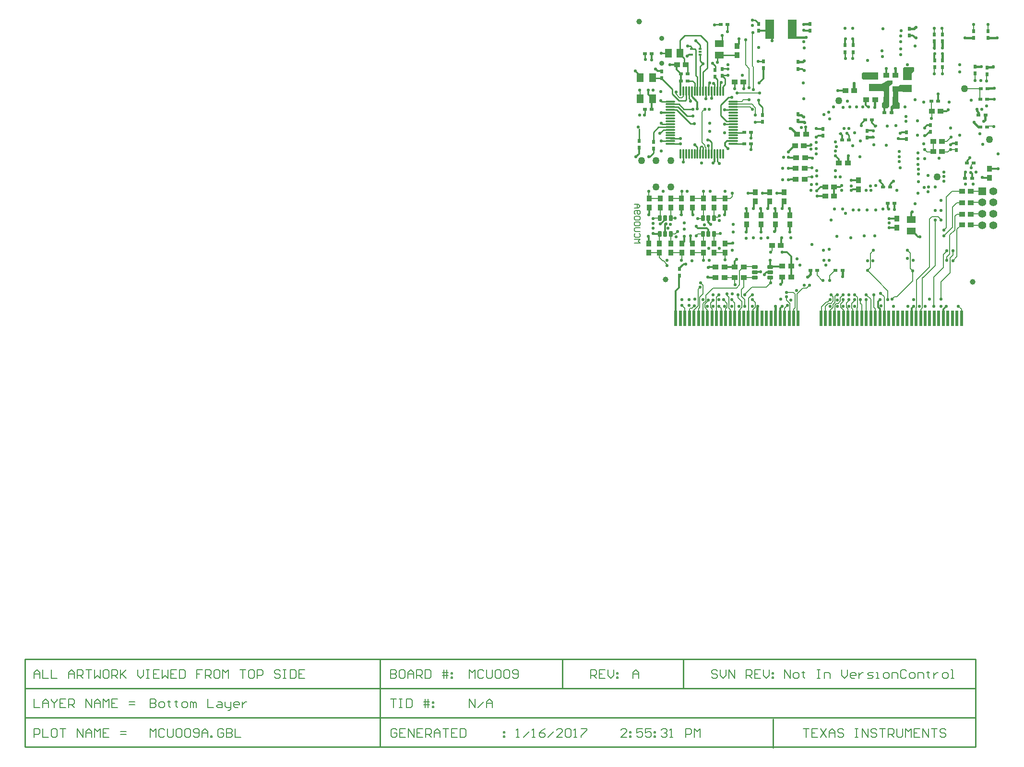
<source format=gbl>
G04 Layer_Physical_Order=10*
G04 Layer_Color=255*
%FSAX25Y25*%
%MOIN*%
G70*
G01*
G75*
%ADD24C,0.03937*%
G04:AMPARAMS|DCode=25|XSize=23.62mil|YSize=39.37mil|CornerRadius=2.01mil|HoleSize=0mil|Usage=FLASHONLY|Rotation=0.000|XOffset=0mil|YOffset=0mil|HoleType=Round|Shape=RoundedRectangle|*
%AMROUNDEDRECTD25*
21,1,0.02362,0.03535,0,0,0.0*
21,1,0.01961,0.03937,0,0,0.0*
1,1,0.00402,0.00980,-0.01768*
1,1,0.00402,-0.00980,-0.01768*
1,1,0.00402,-0.00980,0.01768*
1,1,0.00402,0.00980,0.01768*
%
%ADD25ROUNDEDRECTD25*%
%ADD27R,0.02165X0.11024*%
%ADD29R,0.03150X0.02362*%
%ADD30R,0.03740X0.03937*%
%ADD31R,0.02362X0.03150*%
%ADD32R,0.03937X0.03740*%
%ADD34R,0.05000X0.06300*%
%ADD35R,0.06300X0.05000*%
%ADD36C,0.01500*%
%ADD37C,0.00600*%
%ADD38C,0.01200*%
%ADD39C,0.01000*%
%ADD40C,0.00800*%
%ADD41C,0.03543*%
%ADD42C,0.05000*%
%ADD43C,0.05512*%
%ADD44R,0.05512X0.05512*%
%ADD45C,0.02200*%
%ADD57O,0.07087X0.01181*%
%ADD58O,0.01181X0.07087*%
%ADD59R,0.04921X0.06299*%
%ADD60R,0.01969X0.01181*%
%ADD61R,0.06299X0.13386*%
G04:AMPARAMS|DCode=62|XSize=23.62mil|YSize=39.37mil|CornerRadius=2.01mil|HoleSize=0mil|Usage=FLASHONLY|Rotation=90.000|XOffset=0mil|YOffset=0mil|HoleType=Round|Shape=RoundedRectangle|*
%AMROUNDEDRECTD62*
21,1,0.02362,0.03535,0,0,90.0*
21,1,0.01961,0.03937,0,0,90.0*
1,1,0.00402,0.01768,0.00980*
1,1,0.00402,0.01768,-0.00980*
1,1,0.00402,-0.01768,-0.00980*
1,1,0.00402,-0.01768,0.00980*
%
%ADD62ROUNDEDRECTD62*%
%ADD63C,0.02000*%
%ADD64C,0.00700*%
G36*
X0655890Y0495660D02*
X0649690D01*
X0649490Y0495860D01*
X0646490D01*
Y0488860D01*
X0647690Y0487660D01*
Y0484660D01*
X0646890Y0483860D01*
X0641490D01*
X0641090Y0484260D01*
Y0485360D01*
X0642790Y0487060D01*
Y0496360D01*
X0642590Y0496560D01*
Y0499460D01*
X0646490D01*
X0647590Y0500560D01*
X0655890D01*
Y0495660D01*
D02*
G37*
G36*
X0642690Y0501360D02*
X0640090Y0499560D01*
X0640190Y0499460D01*
Y0486360D01*
X0640190Y0485460D01*
X0638790Y0484060D01*
X0636190D01*
X0635390Y0484860D01*
Y0487760D01*
X0636490Y0488860D01*
Y0496160D01*
X0626290D01*
Y0501160D01*
X0634790D01*
X0639290Y0503460D01*
X0642690D01*
Y0501360D01*
D02*
G37*
G36*
X0632490Y0504260D02*
X0622190D01*
X0621090Y0505360D01*
Y0508160D01*
X0621990Y0509060D01*
X0632490D01*
Y0504260D01*
D02*
G37*
G36*
X0657590Y0512460D02*
Y0510260D01*
X0655990Y0508660D01*
Y0503760D01*
X0649790D01*
Y0503960D01*
X0649790Y0512060D01*
X0650690Y0512960D01*
X0657090D01*
X0657590Y0512460D01*
D02*
G37*
G54D24*
X0466700Y0544400D02*
D03*
X0698390Y0363660D02*
D03*
X0484890Y0365160D02*
D03*
G54D25*
X0480960Y0407813D02*
D03*
X0484700D02*
D03*
X0488440D02*
D03*
Y0396987D02*
D03*
X0484700D02*
D03*
X0480960D02*
D03*
X0518440Y0396987D02*
D03*
X0514700D02*
D03*
X0510960D02*
D03*
Y0407813D02*
D03*
X0514700D02*
D03*
X0518440D02*
D03*
G54D27*
X0690421Y0338093D02*
D03*
X0687272D02*
D03*
X0684122D02*
D03*
X0680973D02*
D03*
X0677823D02*
D03*
X0674673D02*
D03*
X0671524D02*
D03*
X0668374D02*
D03*
X0665225D02*
D03*
X0662075D02*
D03*
X0658925D02*
D03*
X0655776D02*
D03*
X0652626D02*
D03*
X0649476D02*
D03*
X0646327D02*
D03*
X0643177D02*
D03*
X0640028D02*
D03*
X0636878D02*
D03*
X0633729D02*
D03*
X0630579D02*
D03*
X0627429D02*
D03*
X0624280D02*
D03*
X0621130D02*
D03*
X0617980D02*
D03*
X0614831D02*
D03*
X0611681D02*
D03*
X0608532D02*
D03*
X0605382D02*
D03*
X0602232D02*
D03*
X0599083D02*
D03*
X0595933D02*
D03*
X0592784D02*
D03*
X0577036D02*
D03*
X0573886D02*
D03*
X0570736D02*
D03*
X0567587D02*
D03*
X0564437D02*
D03*
X0561287D02*
D03*
X0558138D02*
D03*
X0554988D02*
D03*
X0551839D02*
D03*
X0548689D02*
D03*
X0545540D02*
D03*
X0542390D02*
D03*
X0539240D02*
D03*
X0536091D02*
D03*
X0532941D02*
D03*
X0529791D02*
D03*
X0526642D02*
D03*
X0523492D02*
D03*
X0520343D02*
D03*
X0517193D02*
D03*
X0514043D02*
D03*
X0510894D02*
D03*
X0507744D02*
D03*
X0504595D02*
D03*
X0501445D02*
D03*
X0498295D02*
D03*
X0495146D02*
D03*
X0491996D02*
D03*
G54D29*
X0590252Y0371660D02*
D03*
X0585528D02*
D03*
X0603028D02*
D03*
X0607752D02*
D03*
X0636028Y0429560D02*
D03*
X0640752D02*
D03*
X0475252Y0483660D02*
D03*
X0470528D02*
D03*
X0495547Y0508144D02*
D03*
X0500272D02*
D03*
X0607528Y0462360D02*
D03*
X0612252D02*
D03*
X0643842Y0418159D02*
D03*
X0639117D02*
D03*
X0623528Y0476160D02*
D03*
X0628252D02*
D03*
X0641752Y0481160D02*
D03*
X0637028D02*
D03*
X0669528Y0489160D02*
D03*
X0674252D02*
D03*
X0693028Y0435660D02*
D03*
X0697752D02*
D03*
X0708252Y0490660D02*
D03*
X0703528D02*
D03*
X0702338Y0479400D02*
D03*
X0707062D02*
D03*
X0527899Y0542451D02*
D03*
X0523175D02*
D03*
X0539528Y0467660D02*
D03*
X0544252D02*
D03*
X0539547Y0459644D02*
D03*
X0544272D02*
D03*
X0470547Y0522144D02*
D03*
X0475272D02*
D03*
X0495547Y0503144D02*
D03*
X0500272D02*
D03*
X0708252Y0471160D02*
D03*
X0703528D02*
D03*
X0703838Y0497900D02*
D03*
X0708562D02*
D03*
X0694228Y0446160D02*
D03*
X0698952D02*
D03*
G54D30*
X0541200Y0409709D02*
D03*
Y0403410D02*
D03*
X0547390Y0419511D02*
D03*
Y0425810D02*
D03*
X0551200Y0409709D02*
D03*
Y0403410D02*
D03*
X0557390Y0419511D02*
D03*
Y0425810D02*
D03*
X0561390Y0409709D02*
D03*
Y0403410D02*
D03*
X0567390Y0419511D02*
D03*
Y0425810D02*
D03*
X0571390Y0409709D02*
D03*
Y0403410D02*
D03*
X0473700Y0415250D02*
D03*
Y0421550D02*
D03*
X0495890Y0415361D02*
D03*
Y0421660D02*
D03*
X0496200Y0390050D02*
D03*
Y0383750D02*
D03*
X0473200Y0390050D02*
D03*
Y0383750D02*
D03*
X0526200Y0383750D02*
D03*
Y0390050D02*
D03*
X0503700Y0383750D02*
D03*
Y0390050D02*
D03*
Y0421550D02*
D03*
Y0415250D02*
D03*
X0526200Y0421550D02*
D03*
Y0415250D02*
D03*
X0518700Y0390050D02*
D03*
Y0383750D02*
D03*
X0511200Y0390050D02*
D03*
Y0383750D02*
D03*
Y0415250D02*
D03*
Y0421550D02*
D03*
X0518700Y0415250D02*
D03*
Y0421550D02*
D03*
X0481200Y0421549D02*
D03*
Y0415250D02*
D03*
X0488700Y0421550D02*
D03*
Y0415250D02*
D03*
X0488700Y0383750D02*
D03*
Y0390050D02*
D03*
X0480700Y0383751D02*
D03*
Y0390050D02*
D03*
X0645700Y0401250D02*
D03*
Y0407550D02*
D03*
X0534444Y0527574D02*
D03*
Y0521275D02*
D03*
X0618890Y0428010D02*
D03*
Y0434310D02*
D03*
X0709890Y0442310D02*
D03*
Y0436011D02*
D03*
G54D31*
X0576890Y0516384D02*
D03*
Y0511660D02*
D03*
X0494410Y0367963D02*
D03*
Y0372688D02*
D03*
X0624890Y0463798D02*
D03*
Y0468522D02*
D03*
X0668890Y0472522D02*
D03*
Y0467798D02*
D03*
X0594390Y0465298D02*
D03*
Y0470022D02*
D03*
X0482390Y0510022D02*
D03*
Y0505298D02*
D03*
X0549578Y0538134D02*
D03*
Y0542858D02*
D03*
X0652390Y0462798D02*
D03*
Y0467522D02*
D03*
X0585390Y0543022D02*
D03*
Y0538298D02*
D03*
X0552989Y0512062D02*
D03*
Y0516786D02*
D03*
X0552089Y0479486D02*
D03*
Y0474762D02*
D03*
X0577012Y0475384D02*
D03*
Y0480109D02*
D03*
X0686890Y0455298D02*
D03*
Y0460022D02*
D03*
X0654390Y0534898D02*
D03*
Y0539622D02*
D03*
X0699024Y0533246D02*
D03*
Y0537970D02*
D03*
X0708898Y0533297D02*
D03*
Y0538021D02*
D03*
X0466410Y0461506D02*
D03*
Y0456782D02*
D03*
X0476410Y0461006D02*
D03*
Y0456282D02*
D03*
X0519390Y0511022D02*
D03*
Y0506298D02*
D03*
X0609700Y0523338D02*
D03*
Y0528062D02*
D03*
X0615200Y0523338D02*
D03*
Y0528062D02*
D03*
X0671700Y0530738D02*
D03*
Y0535462D02*
D03*
X0677200D02*
D03*
Y0530738D02*
D03*
X0671890Y0512936D02*
D03*
Y0517660D02*
D03*
X0677390D02*
D03*
Y0512936D02*
D03*
X0524390Y0506798D02*
D03*
Y0511522D02*
D03*
X0708390Y0507936D02*
D03*
Y0512660D02*
D03*
X0699890Y0508436D02*
D03*
Y0513160D02*
D03*
G54D32*
X0630540Y0490160D02*
D03*
X0624240D02*
D03*
X0644540Y0507160D02*
D03*
X0638240D02*
D03*
X0644689Y0490660D02*
D03*
X0638390D02*
D03*
X0644540Y0497660D02*
D03*
X0638240D02*
D03*
X0566050Y0366900D02*
D03*
X0572350D02*
D03*
X0519550Y0366400D02*
D03*
X0525849D02*
D03*
X0519550Y0373900D02*
D03*
X0525849D02*
D03*
X0595740Y0423160D02*
D03*
X0602040D02*
D03*
X0595740Y0429660D02*
D03*
X0602039D02*
D03*
X0572349Y0374400D02*
D03*
X0566050D02*
D03*
X0533050Y0366400D02*
D03*
X0539350D02*
D03*
X0533050Y0373900D02*
D03*
X0539350D02*
D03*
X0697040Y0426660D02*
D03*
X0690740D02*
D03*
X0697040Y0418660D02*
D03*
X0690740D02*
D03*
X0697040Y0410660D02*
D03*
X0690740D02*
D03*
X0697040Y0403160D02*
D03*
X0690740D02*
D03*
X0532740Y0502660D02*
D03*
X0539040D02*
D03*
X0582540Y0466160D02*
D03*
X0576240D02*
D03*
X0581040Y0458160D02*
D03*
X0574740D02*
D03*
X0605240Y0446160D02*
D03*
X0611540D02*
D03*
X0492760Y0514644D02*
D03*
X0499059D02*
D03*
X0670740Y0454160D02*
D03*
X0677040D02*
D03*
X0676040Y0482160D02*
D03*
X0669740D02*
D03*
X0581750Y0449900D02*
D03*
X0575450D02*
D03*
X0581650Y0434900D02*
D03*
X0575350D02*
D03*
X0581650Y0442400D02*
D03*
X0575350D02*
D03*
X0565040Y0388960D02*
D03*
X0558740D02*
D03*
X0609740Y0496660D02*
D03*
X0616040D02*
D03*
X0670740Y0461160D02*
D03*
X0677040D02*
D03*
G54D34*
X0494910Y0522644D02*
D03*
X0486910D02*
D03*
G54D35*
X0629390Y0506660D02*
D03*
Y0498660D02*
D03*
X0652890Y0498160D02*
D03*
Y0506160D02*
D03*
X0655700Y0398900D02*
D03*
Y0406900D02*
D03*
X0522147Y0521189D02*
D03*
Y0529189D02*
D03*
G54D36*
X0626200Y0464038D02*
X0629268D01*
X0577012Y0479609D02*
X0579341D01*
X0571690Y0470160D02*
X0572240D01*
X0571390D02*
X0571690D01*
X0708290Y0512460D02*
X0708852Y0513022D01*
X0671700Y0525970D02*
Y0530838D01*
X0698890Y0474560D02*
X0702290Y0471160D01*
X0577012Y0474884D02*
X0581166D01*
X0583590Y0366860D02*
X0585528Y0368798D01*
X0644390Y0490660D02*
X0644540Y0490810D01*
X0643390Y0489160D02*
X0644890Y0490660D01*
X0637890Y0498160D02*
X0638390Y0497660D01*
X0628890Y0498660D02*
X0629890Y0497660D01*
X0652890Y0511660D02*
X0655790D01*
X0652890Y0506160D02*
Y0511660D01*
X0643390Y0485660D02*
X0646390D01*
X0636890D02*
X0638390Y0487160D01*
Y0490660D01*
X0643390Y0485660D02*
Y0489160D01*
X0641752Y0484022D02*
X0643390Y0485660D01*
X0641752Y0481160D02*
Y0484022D01*
X0585528Y0368798D02*
Y0371660D01*
X0580890Y0542660D02*
X0581252Y0543022D01*
X0585390D01*
X0607752Y0367298D02*
Y0371660D01*
Y0367298D02*
X0607890Y0367160D01*
X0708822Y0498160D02*
X0713390D01*
X0677390Y0517660D02*
Y0522160D01*
X0677200Y0526350D02*
X0677390Y0526160D01*
X0671590Y0525860D02*
X0671700Y0525970D01*
X0692976Y0533246D02*
X0699024D01*
X0692790Y0533060D02*
X0692976Y0533246D01*
X0671700Y0530838D02*
Y0531538D01*
X0677200Y0530838D02*
Y0531538D01*
X0630190Y0484860D02*
X0630390Y0485060D01*
Y0489360D01*
X0628990Y0464260D02*
X0629090D01*
X0629290Y0464060D01*
X0629268Y0464038D02*
X0629290Y0464060D01*
X0576890Y0516384D02*
X0580114D01*
X0657452Y0539622D02*
X0658390Y0540560D01*
X0654390Y0539622D02*
X0657452D01*
X0548890Y0346660D02*
X0548990D01*
X0548689Y0346459D02*
X0548890Y0346660D01*
X0561390Y0338195D02*
Y0346660D01*
X0561287Y0338093D02*
X0561390Y0338195D01*
X0548689Y0338093D02*
Y0346459D01*
X0702338Y0479400D02*
Y0481212D01*
X0705890Y0475160D02*
X0706890Y0476160D01*
Y0479228D01*
X0707062Y0479400D01*
X0708562Y0497900D02*
X0708822Y0498160D01*
X0579341Y0479609D02*
X0580690Y0478260D01*
X0580990D01*
X0572886Y0535664D02*
X0574990Y0533560D01*
X0572886Y0535664D02*
Y0539247D01*
X0574990Y0533560D02*
X0582690D01*
X0630490Y0472160D02*
X0630690Y0471960D01*
X0630390Y0472160D02*
X0630490D01*
X0630590Y0472360D02*
X0630790Y0472160D01*
X0644540Y0490810D02*
Y0497660D01*
X0629890D02*
X0638240D01*
X0611540Y0446160D02*
Y0450810D01*
X0611890Y0451160D01*
X0703911Y0513339D02*
X0704090Y0513160D01*
X0700413Y0513339D02*
X0703911D01*
X0712452Y0513022D02*
X0712590Y0513160D01*
X0702290Y0471160D02*
X0703528D01*
X0581166Y0474884D02*
X0581690Y0474360D01*
X0701090Y0482460D02*
Y0483460D01*
Y0482460D02*
X0702338Y0481212D01*
X0580114Y0516384D02*
X0580890Y0517160D01*
X0581190D01*
X0622990Y0506660D02*
X0629390D01*
X0622590Y0507060D02*
X0622990Y0506660D01*
X0622490Y0507060D02*
X0622590D01*
X0677200Y0526350D02*
Y0530838D01*
X0644540Y0497660D02*
X0652290D01*
X0652790Y0498160D01*
X0714953Y0533297D02*
X0715090Y0533160D01*
X0708898Y0533297D02*
X0714953D01*
X0644540Y0511910D02*
X0644590Y0511960D01*
X0644540Y0507160D02*
Y0511910D01*
X0572240Y0470160D02*
X0576240Y0466160D01*
X0708852Y0513022D02*
X0712452D01*
G54D37*
X0682890Y0458660D02*
X0682940Y0458710D01*
X0696190Y0409960D02*
X0697117Y0410887D01*
X0696943Y0403013D02*
X0704752D01*
X0696990Y0426460D02*
X0697165Y0426635D01*
X0603028Y0372038D02*
X0603200D01*
X0602890Y0371760D02*
X0603090Y0371560D01*
X0503340Y0345110D02*
X0504990Y0346760D01*
X0703338Y0489900D02*
Y0497608D01*
X0692890Y0497660D02*
X0693130Y0497900D01*
X0707990Y0503260D02*
Y0508198D01*
X0669528Y0482022D02*
X0669740Y0481810D01*
X0669528Y0482022D02*
Y0489160D01*
X0669390Y0477160D02*
X0669740Y0477510D01*
Y0481810D02*
Y0482160D01*
Y0477510D02*
Y0481810D01*
X0670740Y0454310D02*
X0670890Y0454160D01*
X0677040Y0461160D02*
X0680390D01*
X0670740Y0454310D02*
Y0461160D01*
X0676990Y0540160D02*
X0677200Y0539950D01*
Y0536262D02*
Y0539950D01*
X0671700Y0536262D02*
Y0539970D01*
X0708062Y0471900D02*
X0712650D01*
X0691315Y0402585D02*
X0691890Y0403160D01*
X0687390Y0400060D02*
X0690690Y0403360D01*
X0687390Y0381160D02*
Y0400060D01*
X0696590Y0402660D02*
X0696943Y0403013D01*
X0697117Y0410887D02*
X0704752D01*
X0697190Y0418660D02*
X0697291Y0418761D01*
X0704752D01*
X0697165Y0426635D02*
X0704752D01*
X0690740Y0410660D02*
X0691390D01*
X0687390D02*
X0690740D01*
Y0418660D02*
X0691740D01*
X0687390D02*
X0690740D01*
Y0426660D02*
X0691740D01*
X0683890D02*
X0690740D01*
X0488390Y0407860D02*
X0491590D01*
X0488390D02*
X0488700Y0408170D01*
X0480463Y0396987D02*
X0480790Y0396660D01*
X0533050Y0361800D02*
X0533390Y0361460D01*
X0533050Y0361800D02*
Y0366400D01*
X0534190Y0359360D02*
X0536390Y0361560D01*
X0517790Y0359360D02*
X0534190D01*
X0536390Y0361560D02*
Y0371160D01*
X0485990Y0374860D02*
Y0375560D01*
X0483490Y0378060D02*
X0485990Y0375560D01*
X0482990Y0378060D02*
X0483490D01*
X0518700Y0396960D02*
X0522590D01*
X0511390Y0378660D02*
Y0383560D01*
Y0378560D02*
Y0378660D01*
X0511290Y0378460D02*
X0511390Y0378560D01*
X0496200Y0379170D02*
Y0383750D01*
X0480700Y0396570D02*
X0480790Y0396660D01*
X0480700Y0390050D02*
Y0396570D01*
X0476390Y0407660D02*
X0476543Y0407813D01*
X0480960D01*
X0510390Y0407460D02*
X0511200Y0408270D01*
X0510680Y0397050D02*
X0511200D01*
Y0390050D02*
Y0397050D01*
X0506190Y0395760D02*
X0507190Y0396760D01*
X0531190Y0422960D02*
Y0425360D01*
X0529780Y0421550D02*
X0531190Y0422960D01*
X0473390Y0421859D02*
Y0426660D01*
Y0421859D02*
X0473700Y0421550D01*
X0496190Y0422360D02*
Y0426460D01*
X0496390Y0426660D01*
X0511390Y0421760D02*
Y0426660D01*
X0510390Y0460660D02*
Y0481760D01*
X0512090Y0483460D01*
X0514590Y0458160D02*
X0514933Y0457817D01*
Y0452396D02*
Y0457817D01*
X0512390Y0457560D02*
Y0458660D01*
X0510390Y0460660D02*
X0512390Y0458660D01*
X0545390Y0513660D02*
Y0536660D01*
Y0513660D02*
X0545890Y0513160D01*
Y0497060D02*
Y0513160D01*
X0699890Y0503660D02*
Y0508436D01*
X0590252Y0368098D02*
X0593690Y0364660D01*
X0594390D01*
X0598890Y0367960D02*
X0602590Y0371660D01*
X0598890Y0364660D02*
Y0367960D01*
X0599790Y0354760D02*
X0601390Y0353160D01*
X0712650Y0471900D02*
X0712890Y0471660D01*
X0671700Y0508670D02*
Y0514038D01*
X0671590Y0508560D02*
X0671700Y0508670D01*
X0699024Y0537970D02*
Y0542626D01*
X0698990Y0542660D02*
X0699024Y0542626D01*
X0508690Y0345760D02*
Y0352960D01*
X0507744Y0344814D02*
X0508690Y0345760D01*
X0507744Y0338093D02*
Y0344814D01*
X0504595Y0343919D02*
X0507690Y0347014D01*
X0504595Y0338093D02*
Y0343919D01*
X0507690Y0347014D02*
Y0358460D01*
X0501445Y0344515D02*
X0502040Y0345110D01*
X0503340D01*
X0501445Y0338093D02*
Y0344515D01*
X0480700Y0380428D02*
Y0383751D01*
X0481817Y0379233D02*
X0482990Y0378060D01*
X0481817Y0379233D02*
Y0379311D01*
X0480700Y0380428D02*
X0481817Y0379311D01*
X0666550Y0453900D02*
X0670050D01*
X0693130Y0497900D02*
X0703838D01*
X0691890Y0403160D02*
X0692390D01*
X0691740D02*
X0691890D01*
X0684390Y0401660D02*
Y0415660D01*
X0687390Y0418660D01*
X0685890Y0409160D02*
X0687390Y0410660D01*
X0685890Y0399660D02*
Y0409160D01*
X0682390Y0396160D02*
X0685890Y0399660D01*
X0678390Y0395660D02*
X0684390Y0401660D01*
X0678390Y0399660D02*
X0679890Y0401160D01*
Y0422660D01*
X0683890Y0426660D01*
X0496390Y0347160D02*
X0498295Y0345255D01*
Y0338093D02*
Y0345255D01*
X0508790Y0359760D02*
X0508890Y0359860D01*
X0510990Y0355260D02*
Y0361260D01*
X0508690Y0352960D02*
X0510990Y0355260D01*
X0509290Y0362960D02*
X0510990Y0361260D01*
X0507690Y0358460D02*
X0508890Y0359660D01*
X0602790Y0371660D02*
X0602890Y0371760D01*
X0602590Y0371660D02*
X0602790D01*
X0509190Y0362960D02*
X0509290D01*
X0512740Y0354310D02*
X0517790Y0359360D01*
X0512740Y0350310D02*
Y0354310D01*
X0510894Y0348464D02*
X0512740Y0350310D01*
X0512090Y0348060D02*
X0514590Y0350560D01*
X0512090Y0345914D02*
Y0348060D01*
X0510894Y0338093D02*
Y0348464D01*
X0510890Y0348460D02*
X0510894Y0348464D01*
X0542490Y0352260D02*
X0544890Y0354660D01*
X0542490Y0338193D02*
Y0352260D01*
X0527590Y0354260D02*
Y0355260D01*
Y0354260D02*
X0528890Y0352960D01*
Y0345160D02*
Y0352960D01*
X0526642Y0344866D02*
X0527690Y0345914D01*
X0526642Y0338093D02*
Y0344866D01*
X0595933Y0346603D02*
X0597840Y0348510D01*
X0621130Y0338093D02*
Y0347860D01*
X0620390Y0348560D02*
X0621090Y0347860D01*
X0652890Y0385560D02*
X0654990Y0383460D01*
X0652890Y0385560D02*
Y0385660D01*
X0614390Y0345160D02*
Y0348660D01*
X0610590Y0345914D02*
Y0348860D01*
Y0345914D02*
X0611681Y0344823D01*
X0608532Y0338093D02*
Y0343973D01*
X0606590Y0345914D02*
X0608532Y0343973D01*
X0602590Y0347406D02*
X0603644Y0348460D01*
X0602590Y0338451D02*
Y0347406D01*
X0602490Y0349160D02*
Y0353575D01*
X0601232Y0347902D02*
X0602490Y0349160D01*
X0601232Y0345957D02*
Y0347902D01*
X0600136Y0344860D02*
X0601232Y0345957D01*
X0601390Y0350060D02*
Y0353160D01*
X0599840Y0348510D02*
X0601390Y0350060D01*
X0597840Y0348510D02*
X0599840D01*
X0600090Y0344860D02*
X0600136D01*
X0593329Y0346249D02*
X0596590Y0349510D01*
X0606390Y0352660D02*
X0608390Y0354660D01*
X0520090Y0338346D02*
X0520343Y0338093D01*
X0520090Y0352860D02*
X0521890Y0354660D01*
X0539390Y0373860D02*
X0539670Y0374140D01*
X0529430Y0366400D02*
X0533050D01*
X0525849Y0366400D02*
X0529350D01*
X0518700Y0408370D02*
Y0414270D01*
X0518490Y0408160D02*
X0518700Y0408370D01*
X0508190Y0407460D02*
X0510390D01*
X0511200Y0408270D02*
Y0415250D01*
X0488700Y0414770D02*
Y0415250D01*
Y0408170D02*
Y0414770D01*
X0473700Y0421550D02*
X0481180D01*
X0488700D02*
X0495380D01*
X0503700Y0421550D02*
X0511180D01*
X0526479D02*
X0526480Y0421550D01*
X0526479Y0421550D02*
X0529780D01*
X0526200D02*
X0526479D01*
X0535290Y0352660D02*
X0537990Y0349960D01*
X0535290Y0352660D02*
Y0354660D01*
X0537990Y0345860D02*
Y0349960D01*
X0539890Y0354860D02*
X0544990Y0359960D01*
X0539890Y0354660D02*
Y0354860D01*
X0536091Y0338093D02*
Y0343961D01*
X0537990Y0345860D01*
X0539890Y0346660D02*
X0540390D01*
X0539890Y0346760D02*
Y0351260D01*
X0537490Y0353660D02*
X0539890Y0351260D01*
X0537490Y0353660D02*
Y0358060D01*
X0539350Y0359920D01*
X0542390Y0338093D02*
X0542490Y0338193D01*
X0539350Y0359920D02*
Y0366400D01*
X0539490Y0366560D02*
X0539590Y0366660D01*
X0545540Y0338093D02*
Y0344264D01*
X0547190Y0345914D01*
X0518700Y0390050D02*
Y0396960D01*
X0518610D02*
X0518700Y0397050D01*
X0507190Y0396760D02*
X0510390D01*
X0510680Y0397050D01*
X0511200Y0383750D02*
X0511390Y0383560D01*
X0503700Y0383750D02*
X0511200D01*
X0488700D02*
X0496100D01*
X0473200D02*
X0480300D01*
X0488440Y0390610D02*
Y0396987D01*
Y0390210D02*
Y0390610D01*
X0488390Y0390160D02*
X0488440Y0390210D01*
X0557990Y0384160D02*
X0559050Y0385220D01*
X0688390Y0346660D02*
X0690421Y0344629D01*
Y0338093D02*
Y0344629D01*
X0662075Y0344299D02*
X0663390Y0345614D01*
X0662075Y0338093D02*
Y0344299D01*
X0658925Y0338093D02*
Y0345650D01*
X0624390Y0354660D02*
X0627429Y0351621D01*
X0599083Y0338093D02*
Y0343853D01*
X0595933Y0338093D02*
Y0346603D01*
X0567587Y0338093D02*
X0567690Y0338196D01*
X0544890Y0354660D02*
X0545390D01*
X0529791Y0338093D02*
Y0344259D01*
X0528890Y0345160D02*
X0529791Y0344259D01*
X0521890Y0346660D02*
X0523492Y0345058D01*
X0516090Y0345914D02*
Y0348860D01*
Y0345914D02*
X0517193Y0344811D01*
X0512090Y0345914D02*
X0514043Y0343961D01*
Y0338093D02*
Y0343961D01*
X0517193Y0338093D02*
Y0344811D01*
X0523492Y0338093D02*
Y0345058D01*
X0708898Y0538021D02*
Y0541652D01*
X0609700Y0519850D02*
Y0523038D01*
X0547380Y0479468D02*
Y0484525D01*
X0544864Y0487042D02*
X0547380Y0484525D01*
X0531862Y0487042D02*
X0544864D01*
X0534407Y0494970D02*
X0534440Y0494937D01*
X0550271D01*
X0467079Y0490861D02*
Y0496867D01*
X0542777Y0490179D02*
X0542863Y0490093D01*
X0539000Y0490179D02*
X0542777D01*
X0537831Y0489010D02*
X0539000Y0490179D01*
X0531862Y0489010D02*
X0537831D01*
X0543485Y0485073D02*
X0545103Y0483456D01*
X0531862Y0485073D02*
X0543485D01*
X0492135Y0494149D02*
Y0495539D01*
Y0494149D02*
X0494643Y0491642D01*
X0496328D01*
X0497217Y0492530D01*
Y0496097D01*
X0543006Y0498373D02*
Y0512023D01*
X0540566Y0514463D02*
X0543006Y0512023D01*
X0540566Y0514463D02*
Y0531747D01*
X0611681Y0338093D02*
Y0344823D01*
X0614831Y0338093D02*
Y0344719D01*
X0602232Y0338093D02*
X0602590Y0338451D01*
X0614390Y0345160D02*
X0614831Y0344719D01*
X0603575Y0354660D02*
X0604390D01*
X0627429Y0338093D02*
Y0351621D01*
X0617980Y0338093D02*
Y0345705D01*
X0599083Y0343853D02*
X0600090Y0344860D01*
X0602490Y0353575D02*
X0603575Y0354660D01*
X0593329Y0340960D02*
Y0346249D01*
X0671390Y0346660D02*
Y0366960D01*
X0677890Y0373460D01*
X0663390Y0345614D02*
Y0366160D01*
X0664290Y0367060D01*
X0659190Y0364760D02*
X0668390Y0373960D01*
Y0407360D01*
X0573886Y0338093D02*
Y0344556D01*
X0574790Y0345460D01*
X0580190Y0359260D02*
X0582990D01*
X0576090Y0355160D02*
X0580190Y0359260D01*
X0573690Y0356160D02*
X0574790Y0355060D01*
Y0345460D02*
Y0355060D01*
X0568890Y0356160D02*
X0573690D01*
X0568890Y0350960D02*
Y0353160D01*
X0567690Y0345260D02*
X0569590Y0347160D01*
X0570736Y0338093D02*
X0571390Y0338747D01*
Y0348460D01*
X0567690Y0338196D02*
Y0345260D01*
X0582990Y0359260D02*
X0584890Y0361160D01*
X0590252Y0368098D02*
Y0371660D01*
X0629590Y0345860D02*
Y0354460D01*
Y0345860D02*
X0630579Y0344871D01*
Y0338093D02*
Y0344871D01*
X0512390Y0457560D02*
X0512965Y0456985D01*
Y0452396D02*
Y0456985D01*
X0480990Y0407960D02*
X0481200Y0408170D01*
Y0415250D01*
X0539590Y0366660D02*
X0546787D01*
X0536390Y0371160D02*
X0539390Y0374160D01*
X0539670Y0374140D02*
X0546787D01*
X0557613Y0366460D02*
Y0366660D01*
X0559050Y0385220D02*
Y0389900D01*
X0705390Y0418660D02*
X0705890Y0419160D01*
X0481180Y0421550D02*
X0481290Y0421660D01*
X0495380Y0421550D02*
X0496190Y0422360D01*
X0511180Y0421550D02*
X0511390Y0421760D01*
X0518700Y0421550D02*
X0526480D01*
X0677190Y0508360D02*
X0677200Y0508370D01*
Y0514038D01*
X0686290Y0455560D02*
X0686390Y0455660D01*
X0686890Y0455160D01*
X0707890Y0508298D02*
X0707990Y0508198D01*
X0526200Y0378850D02*
Y0383750D01*
Y0378850D02*
X0526290Y0378760D01*
X0518700Y0383750D02*
X0526500D01*
X0518700Y0396960D02*
Y0397050D01*
X0522590Y0396960D02*
X0522990Y0397360D01*
X0665190Y0455260D02*
X0666550Y0453900D01*
X0624280Y0338093D02*
Y0350750D01*
X0624290Y0350760D01*
X0677890Y0382560D02*
X0680490Y0385160D01*
X0677890Y0373460D02*
Y0382560D01*
X0680290Y0380860D02*
X0682390Y0382960D01*
X0680290Y0378460D02*
Y0380860D01*
X0682390Y0382960D02*
Y0396160D01*
X0684590Y0382260D02*
Y0385060D01*
X0676390Y0363660D02*
X0682490Y0369760D01*
Y0380160D01*
X0684590Y0382260D01*
Y0378360D02*
X0687390Y0381160D01*
X0684490Y0378360D02*
X0684590D01*
X0488440Y0396987D02*
X0491717D01*
X0493390Y0398660D01*
X0493490Y0398760D01*
X0582190Y0442760D02*
X0586490D01*
X0581790Y0442360D02*
X0582190Y0442760D01*
X0676350Y0453900D02*
X0681030D01*
X0682790Y0455660D01*
Y0455560D02*
X0686290D01*
X0671690Y0539960D02*
X0671700Y0539970D01*
X0676990Y0539860D02*
Y0540160D01*
X0519187Y0408560D02*
X0521190D01*
X0522190Y0409560D01*
X0518440Y0407813D02*
X0518638Y0408012D01*
X0519187Y0408560D01*
X0518490Y0408160D02*
X0518638Y0408012D01*
X0627190Y0383360D02*
X0629290Y0385460D01*
X0627190Y0373460D02*
Y0383360D01*
X0625290Y0371560D02*
X0627190Y0373460D01*
X0625290Y0371460D02*
Y0371560D01*
X0625090D02*
X0631540Y0365110D01*
X0654990Y0372860D02*
Y0383460D01*
X0656490Y0364260D02*
Y0371060D01*
X0654990Y0372860D02*
X0656690Y0371160D01*
X0674290Y0408860D02*
X0676390Y0406760D01*
X0668390Y0407360D02*
X0669890Y0408860D01*
X0674290D01*
X0672290Y0374960D02*
Y0406460D01*
X0663990Y0366660D02*
X0672290Y0374960D01*
X0557613Y0366460D02*
X0557790Y0366283D01*
X0544990Y0359960D02*
X0554790D01*
X0557790Y0362960D01*
X0557890Y0363060D01*
X0557590Y0363360D02*
X0557690Y0363460D01*
X0557790Y0362960D02*
Y0366283D01*
X0639290Y0351260D02*
Y0357260D01*
X0631490Y0365060D02*
X0639290Y0357260D01*
X0644040Y0353210D02*
X0645440D01*
X0656490Y0364260D01*
X0642290Y0351460D02*
X0644040Y0353210D01*
X0634390Y0355560D02*
X0636878Y0353072D01*
Y0338093D02*
Y0353072D01*
X0620390Y0348560D02*
Y0351260D01*
X0610590Y0348860D02*
X0612390Y0350660D01*
Y0351260D01*
X0616390Y0354660D02*
X0618190Y0352860D01*
X0617980Y0345705D02*
X0618190Y0345914D01*
Y0352860D01*
X0614390Y0348660D02*
X0616290Y0350560D01*
Y0351060D01*
X0603644Y0348460D02*
X0604736D01*
X0606390Y0350114D01*
Y0352660D01*
X0596590Y0349510D02*
X0597540D01*
X0599390Y0351360D01*
X0606590Y0348060D02*
X0608290Y0349760D01*
X0606590Y0345914D02*
Y0348060D01*
X0608290Y0349760D02*
Y0351260D01*
X0568890Y0350960D02*
X0571390Y0348460D01*
X0545090Y0351260D02*
X0547190Y0349160D01*
Y0345914D02*
Y0349160D01*
X0532941Y0338093D02*
Y0349009D01*
X0530790Y0351160D02*
X0532941Y0349009D01*
X0520090Y0338346D02*
Y0352860D01*
X0516090Y0348860D02*
X0517890Y0350660D01*
Y0350960D01*
X0525090Y0351160D02*
X0527690Y0348560D01*
Y0345914D02*
Y0348560D01*
X0659190Y0345914D02*
Y0364760D01*
X0676390Y0351460D02*
Y0363660D01*
X0658925Y0345650D02*
X0659190Y0345914D01*
X0697090Y0442860D02*
Y0444560D01*
X0698690Y0446160D01*
X0698952D01*
X0698990D01*
X0671690Y0539860D02*
Y0539960D01*
X0614790Y0522828D02*
X0615200Y0523238D01*
X0614790Y0518860D02*
Y0522828D01*
X0609790Y0518860D02*
Y0523060D01*
X0609590Y0523260D02*
X0609790Y0523060D01*
X0576090Y0343760D02*
Y0355160D01*
Y0343760D02*
X0576322Y0343528D01*
Y0342060D02*
Y0343528D01*
X0582190Y0435360D02*
X0583490Y0436660D01*
X0586690D01*
X0581990Y0434960D02*
X0582290Y0435260D01*
X0680390Y0461160D02*
X0683290Y0464060D01*
G54D38*
X0713190Y0490660D02*
X0713390Y0490860D01*
X0671700Y0518762D02*
Y0522650D01*
X0633690Y0433660D02*
X0636028Y0431322D01*
Y0430660D02*
X0637028Y0429660D01*
X0574030Y0457900D02*
X0575550D01*
X0495390Y0410160D02*
X0495890Y0410660D01*
X0530780Y0390050D02*
X0531490Y0390760D01*
X0553390Y0368660D02*
X0554930Y0370200D01*
X0505990Y0402160D02*
X0507290Y0400860D01*
X0502390Y0391360D02*
X0503990Y0389760D01*
X0664690Y0465060D02*
X0664990Y0465360D01*
X0640752Y0431322D02*
X0643190Y0433760D01*
X0582290Y0467560D02*
Y0471160D01*
X0494390Y0372707D02*
X0497643Y0375960D01*
X0693028Y0439798D02*
X0693166Y0439660D01*
X0602890Y0451260D02*
X0602940Y0451210D01*
X0581040Y0458160D02*
X0585890D01*
X0550730Y0370400D02*
X0550990Y0370660D01*
X0484590Y0403760D02*
X0484890Y0404060D01*
X0546787Y0370400D02*
X0550730D01*
X0484590Y0399990D02*
Y0403760D01*
X0585890Y0458160D02*
Y0458660D01*
X0620990Y0473660D02*
X0623590Y0476260D01*
X0640190Y0407660D02*
X0640300Y0407550D01*
X0645700D01*
X0646390Y0463360D02*
X0646952Y0462798D01*
X0696190Y0449960D02*
X0696390Y0450160D01*
X0694528Y0447998D02*
X0696490Y0449960D01*
X0694528Y0446160D02*
Y0447998D01*
X0636890Y0485660D02*
X0637028Y0485522D01*
Y0481160D02*
Y0485522D01*
X0674252Y0494022D02*
X0674390Y0494160D01*
X0674252Y0489160D02*
Y0494022D01*
X0680390Y0482160D02*
X0681390Y0483160D01*
X0676040Y0482160D02*
X0680390D01*
X0665652Y0465060D02*
X0668390Y0467798D01*
X0664940Y0470410D02*
Y0470910D01*
X0666552Y0472522D02*
X0668390D01*
X0664940Y0470910D02*
X0666552Y0472522D01*
X0646952Y0462798D02*
X0652390D01*
X0648852Y0467522D02*
X0652390D01*
X0648090Y0466760D02*
X0648852Y0467522D01*
X0488890Y0414960D02*
Y0415360D01*
X0488440Y0390610D02*
X0488890Y0390160D01*
X0496290Y0389960D02*
X0497990Y0391660D01*
Y0395360D01*
X0484590Y0399990D02*
X0484700Y0399880D01*
Y0396987D02*
Y0399880D01*
X0514890Y0373660D02*
X0515390Y0374160D01*
X0514590Y0373660D02*
X0514890D01*
X0497643Y0375960D02*
X0498990D01*
X0502390Y0391360D02*
Y0395660D01*
X0472890Y0395160D02*
X0473200Y0394850D01*
Y0390050D02*
Y0394850D01*
X0480463Y0396987D02*
X0480960D01*
X0476563D02*
X0480463D01*
X0473700Y0410470D02*
Y0415250D01*
X0473390Y0410160D02*
X0473700Y0410470D01*
X0495890Y0410660D02*
Y0415361D01*
Y0410160D02*
Y0410660D01*
X0503700Y0410350D02*
Y0415250D01*
Y0410350D02*
X0503890Y0410160D01*
X0526200Y0410470D02*
Y0415250D01*
X0525890Y0410160D02*
X0526200Y0410470D01*
X0514650Y0366400D02*
X0519550D01*
X0514290Y0366760D02*
X0514650Y0366400D01*
X0494390Y0372707D02*
X0494410Y0372688D01*
X0503122Y0492428D02*
X0506990Y0488560D01*
Y0483760D02*
Y0488560D01*
X0464390Y0450660D02*
X0466410Y0452680D01*
Y0456782D01*
X0517890Y0446160D02*
X0518870Y0447140D01*
Y0452396D01*
X0526293Y0458257D02*
X0528390Y0456160D01*
X0526293Y0460063D02*
X0527681Y0461451D01*
X0531862D01*
X0526293Y0458257D02*
Y0460063D01*
X0477890Y0511660D02*
X0478090D01*
X0479390Y0510360D01*
X0487906Y0514644D02*
X0492760D01*
X0487890Y0514660D02*
X0487906Y0514644D01*
X0534444Y0527574D02*
X0535890Y0529020D01*
Y0532660D01*
X0515650Y0373900D02*
X0519550D01*
X0515390Y0374160D02*
X0515650Y0373900D01*
X0581252Y0538298D02*
X0585390D01*
X0580890Y0538660D02*
X0581252Y0538298D01*
X0541200Y0409049D02*
Y0409709D01*
X0551200D02*
Y0414350D01*
Y0409049D02*
Y0409709D01*
X0570390Y0434660D02*
X0571390D01*
X0571630Y0434900D01*
X0575550D01*
X0570390Y0442660D02*
X0571390D01*
X0571650Y0442400D01*
X0570650Y0449900D02*
X0575550D01*
X0570390Y0450160D02*
X0570650Y0449900D01*
X0581850D02*
X0586650D01*
X0586890Y0449660D01*
X0614740Y0428010D02*
X0618890D01*
X0613890Y0427160D02*
X0614740Y0428010D01*
X0614040Y0434310D02*
X0618890D01*
X0613890Y0434160D02*
X0614040Y0434310D01*
X0640480Y0401250D02*
X0645700D01*
X0640390Y0401160D02*
X0640480Y0401250D01*
X0709890Y0442310D02*
X0715740D01*
X0715890Y0442160D01*
X0671890Y0522160D02*
Y0522460D01*
X0671700Y0522650D02*
X0671890Y0522460D01*
X0604490Y0496660D02*
X0609740D01*
X0696890Y0439660D02*
X0697752Y0438798D01*
Y0436160D02*
Y0438798D01*
X0564437Y0345207D02*
X0565890Y0346660D01*
X0491996Y0338093D02*
Y0357266D01*
X0576890Y0511660D02*
X0579890D01*
X0654390Y0534898D02*
X0656652D01*
X0581990Y0467260D02*
X0582350Y0466900D01*
X0503122Y0492428D02*
Y0496097D01*
X0518700Y0414270D02*
X0518890Y0414460D01*
X0488700Y0414770D02*
X0488890Y0414960D01*
X0488440Y0414510D02*
X0488700Y0414770D01*
X0677823Y0344593D02*
X0679890Y0346660D01*
X0677823Y0338093D02*
Y0344593D01*
X0655776Y0345046D02*
X0657390Y0346660D01*
X0655776Y0338093D02*
Y0345046D01*
X0564437Y0338093D02*
Y0345207D01*
X0591028Y0465298D02*
X0594390D01*
X0590390Y0423160D02*
Y0423660D01*
Y0423160D02*
X0590390Y0423160D01*
X0595740D01*
X0475272Y0518002D02*
Y0522144D01*
Y0518002D02*
X0475362Y0517912D01*
X0466986Y0505521D02*
X0467079Y0505428D01*
X0495248Y0502845D02*
X0495547Y0503144D01*
X0495248Y0496097D02*
Y0502845D01*
X0550027Y0501945D02*
X0552989Y0504908D01*
Y0512062D01*
X0492583Y0514467D02*
X0492760Y0514644D01*
X0492583Y0511108D02*
Y0514467D01*
Y0511108D02*
X0495547Y0508144D01*
Y0503144D02*
Y0508144D01*
X0475272Y0490392D02*
X0475740Y0490861D01*
X0475272Y0484144D02*
Y0490392D01*
X0500029Y0520383D02*
X0501322Y0521676D01*
X0502957D01*
X0549578Y0538134D02*
X0556025D01*
X0557138Y0539247D01*
X0558890Y0537495D01*
Y0531160D02*
Y0537495D01*
X0467079Y0505428D02*
Y0506971D01*
X0463890Y0510160D02*
X0467079Y0506971D01*
X0521990Y0445860D02*
X0522090Y0445960D01*
X0482052Y0510360D02*
X0482390Y0510022D01*
X0479390Y0510360D02*
X0482052D01*
X0481914Y0481136D02*
X0488162D01*
X0481890Y0481160D02*
X0481914Y0481136D01*
X0480700Y0383750D02*
X0480800D01*
X0481280Y0421550D02*
X0481390Y0421660D01*
X0481200Y0421550D02*
X0481280D01*
X0518890Y0414460D02*
Y0414860D01*
X0496200Y0421549D02*
Y0421550D01*
X0511200D02*
Y0421550D01*
X0511300Y0383750D02*
X0511390Y0383660D01*
X0511200Y0383750D02*
X0511300D01*
X0491996Y0357266D02*
X0494390Y0359660D01*
Y0367660D01*
X0510894Y0338093D02*
X0511090Y0338289D01*
X0526150Y0373900D02*
X0533050D01*
X0557613Y0374140D02*
X0557633Y0374160D01*
X0565390D01*
X0572349Y0367119D02*
X0572390Y0367160D01*
X0572349Y0367119D02*
Y0374400D01*
X0569390Y0384160D02*
X0572390Y0381160D01*
X0565890Y0384160D02*
X0569390D01*
X0550890Y0414660D02*
X0551200Y0414350D01*
X0570890Y0414660D02*
X0571200Y0414350D01*
X0565350Y0389900D02*
Y0393620D01*
X0546090Y0425160D02*
X0546200Y0425050D01*
X0542390Y0425160D02*
X0546090D01*
X0552390D02*
X0556090D01*
X0556200Y0425050D01*
X0562390Y0425160D02*
X0566090D01*
X0566200Y0425050D01*
X0639117Y0414933D02*
Y0418159D01*
Y0414933D02*
X0639890Y0414160D01*
X0633729Y0338093D02*
Y0344752D01*
X0632490Y0345990D02*
X0633729Y0344752D01*
X0632490Y0345990D02*
Y0349860D01*
X0589728Y0470022D02*
X0594390D01*
X0589390Y0470360D02*
X0589490Y0470260D01*
X0589728Y0470022D01*
X0643842Y0413908D02*
X0643890Y0413860D01*
X0643842Y0413908D02*
Y0418159D01*
X0571650Y0442400D02*
X0575450D01*
X0575550D01*
X0565690Y0393960D02*
Y0394260D01*
X0565350Y0393620D02*
X0565690Y0393960D01*
X0540990Y0398060D02*
X0541200Y0398270D01*
Y0402750D01*
X0551190Y0398060D02*
X0551200Y0398070D01*
Y0402750D01*
X0561200Y0398850D02*
Y0402750D01*
X0560810Y0398460D02*
X0561200Y0398850D01*
X0560690Y0398460D02*
X0560810D01*
X0571200Y0398250D02*
X0571290Y0398160D01*
X0571200Y0398250D02*
Y0402750D01*
X0602039Y0429660D02*
X0602040D01*
X0606290D01*
X0602040Y0423160D02*
Y0429660D01*
X0607290Y0430660D02*
X0607390Y0430760D01*
X0606290Y0429660D02*
X0607290Y0430660D01*
X0628252Y0474298D02*
Y0476160D01*
Y0474298D02*
X0630390Y0472160D01*
X0624050Y0486500D02*
Y0488900D01*
Y0486500D02*
X0624890Y0485660D01*
X0605240Y0446160D02*
Y0448810D01*
X0602890Y0451160D02*
X0605240Y0448810D01*
X0626200Y0468762D02*
X0629092D01*
X0629390Y0468464D01*
Y0468460D02*
Y0468464D01*
X0545890Y0414560D02*
X0546200Y0414870D01*
Y0418751D01*
X0566050Y0363000D02*
Y0366900D01*
X0565011Y0361960D02*
X0566050Y0363000D01*
X0564890Y0361960D02*
X0565011D01*
X0555890Y0414560D02*
X0556200Y0414870D01*
Y0418751D01*
X0566200Y0414970D02*
Y0418751D01*
X0481090Y0403760D02*
X0481353D01*
X0484700Y0406970D02*
Y0407813D01*
X0481490Y0403760D02*
X0484700Y0406970D01*
X0481353Y0403760D02*
X0481421Y0403829D01*
X0472890Y0493711D02*
Y0496760D01*
Y0493711D02*
X0475740Y0490861D01*
X0546630Y0373900D02*
X0546890Y0374160D01*
X0565790Y0414560D02*
X0566200Y0414970D01*
X0554930Y0370200D02*
X0557613D01*
X0533050Y0373900D02*
Y0378000D01*
X0534111Y0379060D01*
X0534190D01*
X0656652Y0534898D02*
X0658490Y0533060D01*
X0658990D01*
X0581990Y0467260D02*
X0582290Y0467560D01*
X0557613Y0378637D02*
X0557690Y0378560D01*
X0557613Y0374140D02*
Y0378637D01*
X0655700Y0406900D02*
Y0411870D01*
X0579890Y0511660D02*
X0580890Y0510660D01*
X0581190D01*
X0704890Y0436060D02*
X0704940Y0436011D01*
X0709890D01*
X0693028Y0436160D02*
Y0439798D01*
X0571200Y0409049D02*
Y0414350D01*
X0525890Y0374160D02*
X0526150Y0373900D01*
X0572390Y0374160D02*
Y0381160D01*
X0607528Y0462360D02*
Y0465622D01*
X0606028Y0466660D02*
X0606490D01*
X0606390Y0466760D02*
X0606490Y0466660D01*
X0607528Y0465622D01*
X0561200Y0409049D02*
Y0414660D01*
X0682890Y0458760D02*
X0684152Y0460022D01*
X0686890D01*
X0638190Y0511960D02*
X0638240Y0511910D01*
Y0507160D02*
Y0511910D01*
X0655700Y0411870D02*
X0656190Y0412360D01*
X0526200Y0390050D02*
X0530780D01*
X0640752Y0429660D02*
Y0431322D01*
X0643190Y0433660D02*
Y0433760D01*
X0636028Y0429660D02*
Y0430660D01*
Y0431322D01*
X0633890Y0433660D02*
Y0433760D01*
X0693166Y0439660D02*
X0693290Y0439784D01*
Y0439860D01*
X0609700Y0532470D02*
X0609790Y0532560D01*
X0614990Y0532660D02*
X0615200Y0532450D01*
X0609700Y0527762D02*
Y0527962D01*
Y0532470D01*
X0615200Y0527762D02*
Y0527962D01*
Y0532450D01*
X0620990Y0472060D02*
Y0473660D01*
X0660390Y0394760D02*
X0661690D01*
X0656090Y0399060D02*
X0660390Y0394760D01*
X0541200Y0409709D02*
Y0414660D01*
X0589690Y0464160D02*
X0589890D01*
X0591028Y0465298D01*
X0708252Y0490660D02*
X0713190D01*
X0514700Y0396987D02*
Y0399750D01*
X0570090Y0453960D02*
X0574030Y0457900D01*
X0570090Y0453860D02*
Y0453960D01*
X0571690Y0470160D02*
Y0470260D01*
X0589790Y0426960D02*
X0592490Y0429660D01*
X0595740D01*
X0476390Y0397160D02*
X0476563Y0396987D01*
X0514700Y0404850D02*
Y0407813D01*
Y0404850D02*
X0516090Y0403460D01*
X0507290Y0400860D02*
X0513590D01*
X0514700Y0399750D01*
X0632490Y0349860D02*
X0633790Y0351160D01*
Y0351360D01*
X0581390Y0435160D02*
X0581490Y0435260D01*
G54D39*
X0641752Y0480660D02*
Y0481160D01*
X0526012Y0473262D02*
X0531862D01*
X0521990Y0445860D02*
Y0446360D01*
X0497217Y0446975D02*
Y0452396D01*
X0507059Y0496097D02*
Y0505991D01*
X0505801Y0507249D02*
X0507059Y0505991D01*
X0505801Y0507249D02*
Y0524888D01*
X0481822Y0489328D02*
Y0489598D01*
X0488162Y0459483D02*
X0495367D01*
X0495390Y0459460D01*
X0488221Y0463360D02*
X0495390D01*
X0488162Y0463420D02*
X0488221Y0463360D01*
X0503990Y0483760D02*
X0504290Y0483460D01*
X0481968Y0505282D02*
X0489590Y0497660D01*
X0524410Y0506694D02*
Y0507282D01*
X0470547Y0479817D02*
Y0484144D01*
X0488162Y0487042D02*
X0494108D01*
X0497490Y0483660D01*
X0493890Y0487260D02*
X0494108Y0487042D01*
X0497490Y0483660D02*
X0503890D01*
X0501154Y0491096D02*
X0502390Y0489860D01*
Y0489160D02*
Y0489860D01*
X0470390Y0479660D02*
X0470547Y0479817D01*
X0473390Y0450660D02*
X0473766D01*
X0476410Y0453303D01*
Y0456282D01*
X0520839Y0447511D02*
Y0452396D01*
Y0447511D02*
X0521990Y0446360D01*
X0516902Y0452396D02*
Y0460648D01*
X0515390Y0462160D02*
X0516902Y0460648D01*
X0514390Y0462160D02*
X0515390D01*
X0531862Y0459483D02*
X0539386D01*
X0547492Y0474762D02*
X0552089D01*
X0547390Y0474660D02*
X0547492Y0474762D01*
X0519181Y0542451D02*
X0523175D01*
X0518890Y0542160D02*
X0519181Y0542451D01*
X0524410Y0507282D02*
X0528268D01*
X0528390Y0507160D01*
X0489590Y0494115D02*
Y0497660D01*
X0475886Y0505282D02*
X0481968D01*
X0501154Y0491096D02*
Y0496097D01*
X0489590Y0494115D02*
X0494236Y0489469D01*
X0522807Y0496097D02*
Y0501477D01*
X0523490Y0502160D01*
X0482099Y0461451D02*
X0488162D01*
X0488159Y0473260D02*
X0488162Y0473262D01*
X0482453Y0473260D02*
X0488159D01*
X0481889Y0473824D02*
X0482453Y0473260D01*
X0482140Y0489010D02*
X0488162D01*
X0481822Y0489328D02*
X0482140Y0489010D01*
X0526269Y0500864D02*
Y0504835D01*
X0524776Y0499371D02*
X0526269Y0500864D01*
X0524410Y0506694D02*
X0526269Y0504835D01*
X0524776Y0496097D02*
Y0499371D01*
X0481718Y0489495D02*
X0481822Y0489598D01*
X0494410Y0367963D02*
X0494496Y0367877D01*
X0466410Y0461506D02*
Y0469994D01*
X0494236Y0489469D02*
X0498426D01*
X0499185Y0490228D01*
X0475740Y0505428D02*
X0475886Y0505282D01*
X0505756Y0531319D02*
X0508862Y0528212D01*
Y0525613D02*
Y0528212D01*
X0494910Y0522644D02*
Y0531388D01*
X0498323Y0534802D01*
X0509383D01*
X0513841Y0530343D01*
Y0512245D02*
Y0530343D01*
X0510996Y0509400D02*
X0513841Y0512245D01*
X0510996Y0496097D02*
Y0509400D01*
X0549189Y0516724D02*
X0549251Y0516786D01*
X0552989D01*
X0500062Y0527396D02*
X0502244D01*
X0502957Y0526683D01*
Y0525613D02*
Y0526683D01*
X0520734Y0516232D02*
Y0520782D01*
X0521141Y0521189D01*
X0522147D01*
X0522233Y0521275D01*
X0534444D01*
X0481789Y0522524D02*
X0481910Y0522644D01*
X0486910D01*
X0470547Y0518402D02*
Y0522144D01*
X0500272Y0508144D02*
Y0513432D01*
X0499059Y0514644D02*
X0500272Y0513432D01*
X0497775Y0515928D02*
X0499059Y0514644D01*
X0497775Y0515928D02*
Y0518889D01*
X0494910Y0521755D02*
X0497775Y0518889D01*
X0494910Y0521755D02*
Y0522644D01*
X0518370Y0501614D02*
X0518870Y0501114D01*
Y0496097D02*
Y0501114D01*
X0532939Y0497950D02*
X0532985Y0497904D01*
X0532939Y0497950D02*
Y0502024D01*
X0517497Y0515564D02*
X0519410Y0513651D01*
Y0512006D02*
Y0513651D01*
X0502957Y0525613D02*
X0505076D01*
X0505801Y0524888D01*
X0508862Y0517351D02*
X0510889Y0515324D01*
X0508862Y0517351D02*
Y0521676D01*
X0509028Y0513462D02*
X0510889Y0515324D01*
X0509028Y0496097D02*
Y0513462D01*
X0476410Y0461006D02*
Y0467644D01*
X0479989Y0471224D01*
X0488092D02*
X0488162Y0471294D01*
X0479989Y0471224D02*
X0488092D01*
X0480889Y0466724D02*
X0483491Y0469325D01*
X0488162D01*
X0539239Y0497973D02*
Y0502024D01*
X0512965Y0491133D02*
Y0496097D01*
X0514933Y0500968D02*
X0515689Y0501724D01*
X0514933Y0496097D02*
Y0500968D01*
X0505091Y0496097D02*
Y0501722D01*
X0503669Y0503144D02*
X0505091Y0501722D01*
X0500272Y0503144D02*
X0503669D01*
X0552089Y0479486D02*
Y0484921D01*
X0549586Y0487424D02*
X0552089Y0484921D01*
X0549586Y0487424D02*
Y0489747D01*
X0528654Y0491950D02*
X0530851D01*
X0523323Y0486619D02*
X0528654Y0491950D01*
X0516902Y0491291D02*
Y0496097D01*
X0499185Y0490228D02*
Y0496097D01*
X0502138Y0473624D02*
X0504989D01*
X0499939Y0478724D02*
X0503889D01*
X0492657Y0483105D02*
X0502138Y0473624D01*
X0488162Y0483105D02*
X0492657D01*
X0493589Y0485073D02*
X0499939Y0478724D01*
X0488162Y0485073D02*
X0493589D01*
X0523323Y0479190D02*
Y0486619D01*
Y0479190D02*
X0527282Y0475231D01*
X0531862D01*
X0526012Y0483105D02*
X0531862D01*
X0524189Y0531231D02*
Y0534824D01*
X0522147Y0529189D02*
X0524189Y0531231D01*
X0527899Y0537592D02*
Y0542451D01*
X0524410Y0512006D02*
X0527556D01*
X0505121Y0458986D02*
X0507059Y0457048D01*
Y0452396D02*
Y0457048D01*
X0544272Y0456541D02*
Y0459644D01*
Y0464241D02*
Y0467144D01*
X0531862Y0467357D02*
X0539335D01*
X0509028Y0452396D02*
Y0457093D01*
X0509642Y0457707D01*
X0510308D01*
X0510996Y0457019D01*
Y0452396D02*
Y0457019D01*
X0612252Y0462360D02*
Y0465598D01*
X0610990Y0466860D02*
X0612252Y0465598D01*
X0519410Y0505640D02*
X0520839Y0504211D01*
Y0496097D02*
Y0504211D01*
X0519410Y0505640D02*
Y0507282D01*
X0545290Y0545660D02*
X0547190D01*
X0549590Y0543260D01*
X0481890Y0461660D02*
X0482099Y0461451D01*
X0497200Y0080717D02*
Y0101050D01*
X0413200Y0080717D02*
Y0101050D01*
X0040000Y0080717D02*
X0700200D01*
X0040000Y0060383D02*
X0700000D01*
X0040000Y0040050D02*
X0440500D01*
X0040050Y0101050D02*
X0700200D01*
X0040050Y0040050D02*
Y0101050D01*
Y0040050D02*
X0197600D01*
X0040000D02*
Y0101050D01*
X0286500Y0040050D02*
Y0101050D01*
X0700200Y0040050D02*
Y0101050D01*
X0440500Y0040050D02*
X0700200D01*
X0559400Y0039400D02*
Y0059683D01*
G54D40*
X0126900Y0073549D02*
Y0067551D01*
X0129899D01*
X0130899Y0068550D01*
Y0069550D01*
X0129899Y0070550D01*
X0126900D01*
X0129899D01*
X0130899Y0071549D01*
Y0072549D01*
X0129899Y0073549D01*
X0126900D01*
X0133898Y0067551D02*
X0135897D01*
X0136897Y0068550D01*
Y0070550D01*
X0135897Y0071549D01*
X0133898D01*
X0132898Y0070550D01*
Y0068550D01*
X0133898Y0067551D01*
X0139896Y0072549D02*
Y0071549D01*
X0138896D01*
X0140895D01*
X0139896D01*
Y0068550D01*
X0140895Y0067551D01*
X0144894Y0072549D02*
Y0071549D01*
X0143895D01*
X0145894D01*
X0144894D01*
Y0068550D01*
X0145894Y0067551D01*
X0149893D02*
X0151892D01*
X0152892Y0068550D01*
Y0070550D01*
X0151892Y0071549D01*
X0149893D01*
X0148893Y0070550D01*
Y0068550D01*
X0149893Y0067551D01*
X0154891D02*
Y0071549D01*
X0155891D01*
X0156890Y0070550D01*
Y0067551D01*
Y0070550D01*
X0157890Y0071549D01*
X0158890Y0070550D01*
Y0067551D01*
X0166887Y0073549D02*
Y0067551D01*
X0170886D01*
X0173885Y0071549D02*
X0175884D01*
X0176884Y0070550D01*
Y0067551D01*
X0173885D01*
X0172885Y0068550D01*
X0173885Y0069550D01*
X0176884D01*
X0178883Y0071549D02*
Y0068550D01*
X0179883Y0067551D01*
X0182882D01*
Y0066551D01*
X0181882Y0065551D01*
X0180883D01*
X0182882Y0067551D02*
Y0071549D01*
X0187880Y0067551D02*
X0185881D01*
X0184881Y0068550D01*
Y0070550D01*
X0185881Y0071549D01*
X0187880D01*
X0188880Y0070550D01*
Y0069550D01*
X0184881D01*
X0190879Y0071549D02*
Y0067551D01*
Y0069550D01*
X0191879Y0070550D01*
X0192879Y0071549D01*
X0193878D01*
X0567400Y0087833D02*
Y0093831D01*
X0571399Y0087833D01*
Y0093831D01*
X0574398Y0087833D02*
X0576397D01*
X0577397Y0088833D01*
Y0090832D01*
X0576397Y0091832D01*
X0574398D01*
X0573398Y0090832D01*
Y0088833D01*
X0574398Y0087833D01*
X0580396Y0092832D02*
Y0091832D01*
X0579396D01*
X0581395D01*
X0580396D01*
Y0088833D01*
X0581395Y0087833D01*
X0590393Y0093831D02*
X0592392D01*
X0591392D01*
Y0087833D01*
X0590393D01*
X0592392D01*
X0595391D02*
Y0091832D01*
X0598390D01*
X0599390Y0090832D01*
Y0087833D01*
X0607387Y0093831D02*
Y0089833D01*
X0609386Y0087833D01*
X0611386Y0089833D01*
Y0093831D01*
X0616384Y0087833D02*
X0614385D01*
X0613385Y0088833D01*
Y0090832D01*
X0614385Y0091832D01*
X0616384D01*
X0617384Y0090832D01*
Y0089833D01*
X0613385D01*
X0619383Y0091832D02*
Y0087833D01*
Y0089833D01*
X0620383Y0090832D01*
X0621383Y0091832D01*
X0622382D01*
X0625381Y0087833D02*
X0628380D01*
X0629380Y0088833D01*
X0628380Y0089833D01*
X0626381D01*
X0625381Y0090832D01*
X0626381Y0091832D01*
X0629380D01*
X0631379Y0087833D02*
X0633379D01*
X0632379D01*
Y0091832D01*
X0631379D01*
X0637377Y0087833D02*
X0639377D01*
X0640376Y0088833D01*
Y0090832D01*
X0639377Y0091832D01*
X0637377D01*
X0636378Y0090832D01*
Y0088833D01*
X0637377Y0087833D01*
X0642376D02*
Y0091832D01*
X0645375D01*
X0646374Y0090832D01*
Y0087833D01*
X0652373Y0092832D02*
X0651373Y0093831D01*
X0649373D01*
X0648374Y0092832D01*
Y0088833D01*
X0649373Y0087833D01*
X0651373D01*
X0652373Y0088833D01*
X0655372Y0087833D02*
X0657371D01*
X0658371Y0088833D01*
Y0090832D01*
X0657371Y0091832D01*
X0655372D01*
X0654372Y0090832D01*
Y0088833D01*
X0655372Y0087833D01*
X0660370D02*
Y0091832D01*
X0663369D01*
X0664369Y0090832D01*
Y0087833D01*
X0667368Y0092832D02*
Y0091832D01*
X0666368D01*
X0668367D01*
X0667368D01*
Y0088833D01*
X0668367Y0087833D01*
X0671366Y0091832D02*
Y0087833D01*
Y0089833D01*
X0672366Y0090832D01*
X0673366Y0091832D01*
X0674365D01*
X0678364Y0087833D02*
X0680364D01*
X0681363Y0088833D01*
Y0090832D01*
X0680364Y0091832D01*
X0678364D01*
X0677364Y0090832D01*
Y0088833D01*
X0678364Y0087833D01*
X0683362D02*
X0685362D01*
X0684362D01*
Y0093831D01*
X0683362D01*
X0520799Y0092832D02*
X0519799Y0093831D01*
X0517800D01*
X0516800Y0092832D01*
Y0091832D01*
X0517800Y0090832D01*
X0519799D01*
X0520799Y0089833D01*
Y0088833D01*
X0519799Y0087833D01*
X0517800D01*
X0516800Y0088833D01*
X0522798Y0093831D02*
Y0089833D01*
X0524797Y0087833D01*
X0526797Y0089833D01*
Y0093831D01*
X0528796Y0087833D02*
Y0093831D01*
X0532795Y0087833D01*
Y0093831D01*
X0540792Y0087833D02*
Y0093831D01*
X0543791D01*
X0544791Y0092832D01*
Y0090832D01*
X0543791Y0089833D01*
X0540792D01*
X0542792D02*
X0544791Y0087833D01*
X0550789Y0093831D02*
X0546790D01*
Y0087833D01*
X0550789D01*
X0546790Y0090832D02*
X0548790D01*
X0552788Y0093831D02*
Y0089833D01*
X0554788Y0087833D01*
X0556787Y0089833D01*
Y0093831D01*
X0558786Y0091832D02*
X0559786D01*
Y0090832D01*
X0558786D01*
Y0091832D01*
Y0088833D02*
X0559786D01*
Y0087833D01*
X0558786D01*
Y0088833D01*
X0433000Y0087833D02*
Y0093831D01*
X0435999D01*
X0436999Y0092832D01*
Y0090832D01*
X0435999Y0089833D01*
X0433000D01*
X0434999D02*
X0436999Y0087833D01*
X0442997Y0093831D02*
X0438998D01*
Y0087833D01*
X0442997D01*
X0438998Y0090832D02*
X0440997D01*
X0444996Y0093831D02*
Y0089833D01*
X0446995Y0087833D01*
X0448995Y0089833D01*
Y0093831D01*
X0450994Y0091832D02*
X0451994D01*
Y0090832D01*
X0450994D01*
Y0091832D01*
Y0088833D02*
X0451994D01*
Y0087833D01*
X0450994D01*
Y0088833D01*
X0126900Y0046966D02*
Y0052965D01*
X0128899Y0050965D01*
X0130899Y0052965D01*
Y0046966D01*
X0136897Y0051965D02*
X0135897Y0052965D01*
X0133898D01*
X0132898Y0051965D01*
Y0047966D01*
X0133898Y0046966D01*
X0135897D01*
X0136897Y0047966D01*
X0138896Y0052965D02*
Y0047966D01*
X0139896Y0046966D01*
X0141895D01*
X0142895Y0047966D01*
Y0052965D01*
X0144894Y0051965D02*
X0145894Y0052965D01*
X0147893D01*
X0148893Y0051965D01*
Y0047966D01*
X0147893Y0046966D01*
X0145894D01*
X0144894Y0047966D01*
Y0051965D01*
X0150892D02*
X0151892Y0052965D01*
X0153891D01*
X0154891Y0051965D01*
Y0047966D01*
X0153891Y0046966D01*
X0151892D01*
X0150892Y0047966D01*
Y0051965D01*
X0156890Y0047966D02*
X0157890Y0046966D01*
X0159889D01*
X0160889Y0047966D01*
Y0051965D01*
X0159889Y0052965D01*
X0157890D01*
X0156890Y0051965D01*
Y0050965D01*
X0157890Y0049966D01*
X0160889D01*
X0162888Y0046966D02*
Y0050965D01*
X0164888Y0052965D01*
X0166887Y0050965D01*
Y0046966D01*
Y0049966D01*
X0162888D01*
X0168886Y0046966D02*
Y0047966D01*
X0169886D01*
Y0046966D01*
X0168886D01*
X0177884Y0051965D02*
X0176884Y0052965D01*
X0174884D01*
X0173885Y0051965D01*
Y0047966D01*
X0174884Y0046966D01*
X0176884D01*
X0177884Y0047966D01*
Y0049966D01*
X0175884D01*
X0179883Y0052965D02*
Y0046966D01*
X0182882D01*
X0183882Y0047966D01*
Y0048966D01*
X0182882Y0049966D01*
X0179883D01*
X0182882D01*
X0183882Y0050965D01*
Y0051965D01*
X0182882Y0052965D01*
X0179883D01*
X0185881D02*
Y0046966D01*
X0189880D01*
X0381150D02*
X0383149D01*
X0382150D01*
Y0052965D01*
X0381150Y0051965D01*
X0386148Y0046966D02*
X0390147Y0050965D01*
X0392146Y0046966D02*
X0394146D01*
X0393146D01*
Y0052965D01*
X0392146Y0051965D01*
X0401144Y0052965D02*
X0399144Y0051965D01*
X0397145Y0049966D01*
Y0047966D01*
X0398145Y0046966D01*
X0400144D01*
X0401144Y0047966D01*
Y0048966D01*
X0400144Y0049966D01*
X0397145D01*
X0403143Y0046966D02*
X0407142Y0050965D01*
X0413140Y0046966D02*
X0409141D01*
X0413140Y0050965D01*
Y0051965D01*
X0412140Y0052965D01*
X0410141D01*
X0409141Y0051965D01*
X0415139D02*
X0416139Y0052965D01*
X0418138D01*
X0419138Y0051965D01*
Y0047966D01*
X0418138Y0046966D01*
X0416139D01*
X0415139Y0047966D01*
Y0051965D01*
X0421137Y0046966D02*
X0423136D01*
X0422137D01*
Y0052965D01*
X0421137Y0051965D01*
X0426135Y0052965D02*
X0430134D01*
Y0051965D01*
X0426135Y0047966D01*
Y0046966D01*
X0298199Y0051965D02*
X0297199Y0052965D01*
X0295200D01*
X0294200Y0051965D01*
Y0047966D01*
X0295200Y0046966D01*
X0297199D01*
X0298199Y0047966D01*
Y0049966D01*
X0296199D01*
X0304197Y0052965D02*
X0300198D01*
Y0046966D01*
X0304197D01*
X0300198Y0049966D02*
X0302197D01*
X0306196Y0046966D02*
Y0052965D01*
X0310195Y0046966D01*
Y0052965D01*
X0316193D02*
X0312194D01*
Y0046966D01*
X0316193D01*
X0312194Y0049966D02*
X0314194D01*
X0318192Y0046966D02*
Y0052965D01*
X0321191D01*
X0322191Y0051965D01*
Y0049966D01*
X0321191Y0048966D01*
X0318192D01*
X0320192D02*
X0322191Y0046966D01*
X0324190D02*
Y0050965D01*
X0326190Y0052965D01*
X0328189Y0050965D01*
Y0046966D01*
Y0049966D01*
X0324190D01*
X0330188Y0052965D02*
X0334187D01*
X0332188D01*
Y0046966D01*
X0340185Y0052965D02*
X0336186D01*
Y0046966D01*
X0340185D01*
X0336186Y0049966D02*
X0338186D01*
X0342184Y0052965D02*
Y0046966D01*
X0345183D01*
X0346183Y0047966D01*
Y0051965D01*
X0345183Y0052965D01*
X0342184D01*
X0372175Y0050965D02*
X0373175D01*
Y0049966D01*
X0372175D01*
Y0050965D01*
Y0047966D02*
X0373175D01*
Y0046966D01*
X0372175D01*
Y0047966D01*
X0046350Y0087833D02*
Y0091832D01*
X0048349Y0093831D01*
X0050349Y0091832D01*
Y0087833D01*
Y0090832D01*
X0046350D01*
X0052348Y0093831D02*
Y0087833D01*
X0056347D01*
X0058346Y0093831D02*
Y0087833D01*
X0062345D01*
X0070342D02*
Y0091832D01*
X0072342Y0093831D01*
X0074341Y0091832D01*
Y0087833D01*
Y0090832D01*
X0070342D01*
X0076340Y0087833D02*
Y0093831D01*
X0079339D01*
X0080339Y0092832D01*
Y0090832D01*
X0079339Y0089833D01*
X0076340D01*
X0078340D02*
X0080339Y0087833D01*
X0082338Y0093831D02*
X0086337D01*
X0084338D01*
Y0087833D01*
X0088336Y0093831D02*
Y0087833D01*
X0090336Y0089833D01*
X0092335Y0087833D01*
Y0093831D01*
X0097334D02*
X0095334D01*
X0094335Y0092832D01*
Y0088833D01*
X0095334Y0087833D01*
X0097334D01*
X0098333Y0088833D01*
Y0092832D01*
X0097334Y0093831D01*
X0100332Y0087833D02*
Y0093831D01*
X0103332D01*
X0104331Y0092832D01*
Y0090832D01*
X0103332Y0089833D01*
X0100332D01*
X0102332D02*
X0104331Y0087833D01*
X0106331Y0093831D02*
Y0087833D01*
Y0089833D01*
X0110329Y0093831D01*
X0107330Y0090832D01*
X0110329Y0087833D01*
X0118327Y0093831D02*
Y0089833D01*
X0120326Y0087833D01*
X0122325Y0089833D01*
Y0093831D01*
X0124325D02*
X0126324D01*
X0125324D01*
Y0087833D01*
X0124325D01*
X0126324D01*
X0133322Y0093831D02*
X0129323D01*
Y0087833D01*
X0133322D01*
X0129323Y0090832D02*
X0131323D01*
X0135321Y0093831D02*
Y0087833D01*
X0137321Y0089833D01*
X0139320Y0087833D01*
Y0093831D01*
X0145318D02*
X0141319D01*
Y0087833D01*
X0145318D01*
X0141319Y0090832D02*
X0143319D01*
X0147317Y0093831D02*
Y0087833D01*
X0150316D01*
X0151316Y0088833D01*
Y0092832D01*
X0150316Y0093831D01*
X0147317D01*
X0163312D02*
X0159313D01*
Y0090832D01*
X0161313D01*
X0159313D01*
Y0087833D01*
X0165312D02*
Y0093831D01*
X0168310D01*
X0169310Y0092832D01*
Y0090832D01*
X0168310Y0089833D01*
X0165312D01*
X0167311D02*
X0169310Y0087833D01*
X0174309Y0093831D02*
X0172309D01*
X0171310Y0092832D01*
Y0088833D01*
X0172309Y0087833D01*
X0174309D01*
X0175308Y0088833D01*
Y0092832D01*
X0174309Y0093831D01*
X0177308Y0087833D02*
Y0093831D01*
X0179307Y0091832D01*
X0181306Y0093831D01*
Y0087833D01*
X0189304Y0093831D02*
X0193303D01*
X0191303D01*
Y0087833D01*
X0198301Y0093831D02*
X0196301D01*
X0195302Y0092832D01*
Y0088833D01*
X0196301Y0087833D01*
X0198301D01*
X0199301Y0088833D01*
Y0092832D01*
X0198301Y0093831D01*
X0201300Y0087833D02*
Y0093831D01*
X0204299D01*
X0205299Y0092832D01*
Y0090832D01*
X0204299Y0089833D01*
X0201300D01*
X0217295Y0092832D02*
X0216295Y0093831D01*
X0214296D01*
X0213296Y0092832D01*
Y0091832D01*
X0214296Y0090832D01*
X0216295D01*
X0217295Y0089833D01*
Y0088833D01*
X0216295Y0087833D01*
X0214296D01*
X0213296Y0088833D01*
X0219294Y0093831D02*
X0221293D01*
X0220294D01*
Y0087833D01*
X0219294D01*
X0221293D01*
X0224292Y0093831D02*
Y0087833D01*
X0227291D01*
X0228291Y0088833D01*
Y0092832D01*
X0227291Y0093831D01*
X0224292D01*
X0234289D02*
X0230291D01*
Y0087833D01*
X0234289D01*
X0230291Y0090832D02*
X0232290D01*
X0462150Y0087833D02*
Y0091832D01*
X0464149Y0093831D01*
X0466149Y0091832D01*
Y0087833D01*
Y0090832D01*
X0462150D01*
X0348550Y0087833D02*
Y0093831D01*
X0350549Y0091832D01*
X0352549Y0093831D01*
Y0087833D01*
X0358547Y0092832D02*
X0357547Y0093831D01*
X0355548D01*
X0354548Y0092832D01*
Y0088833D01*
X0355548Y0087833D01*
X0357547D01*
X0358547Y0088833D01*
X0360546Y0093831D02*
Y0088833D01*
X0361546Y0087833D01*
X0363545D01*
X0364545Y0088833D01*
Y0093831D01*
X0366544Y0092832D02*
X0367544Y0093831D01*
X0369543D01*
X0370543Y0092832D01*
Y0088833D01*
X0369543Y0087833D01*
X0367544D01*
X0366544Y0088833D01*
Y0092832D01*
X0372542D02*
X0373542Y0093831D01*
X0375541D01*
X0376541Y0092832D01*
Y0088833D01*
X0375541Y0087833D01*
X0373542D01*
X0372542Y0088833D01*
Y0092832D01*
X0378540Y0088833D02*
X0379540Y0087833D01*
X0381539D01*
X0382539Y0088833D01*
Y0092832D01*
X0381539Y0093831D01*
X0379540D01*
X0378540Y0092832D01*
Y0091832D01*
X0379540Y0090832D01*
X0382539D01*
X0294000Y0093831D02*
Y0087833D01*
X0296999D01*
X0297999Y0088833D01*
Y0089833D01*
X0296999Y0090832D01*
X0294000D01*
X0296999D01*
X0297999Y0091832D01*
Y0092832D01*
X0296999Y0093831D01*
X0294000D01*
X0302997D02*
X0300998D01*
X0299998Y0092832D01*
Y0088833D01*
X0300998Y0087833D01*
X0302997D01*
X0303997Y0088833D01*
Y0092832D01*
X0302997Y0093831D01*
X0305996Y0087833D02*
Y0091832D01*
X0307996Y0093831D01*
X0309995Y0091832D01*
Y0087833D01*
Y0090832D01*
X0305996D01*
X0311994Y0087833D02*
Y0093831D01*
X0314993D01*
X0315993Y0092832D01*
Y0090832D01*
X0314993Y0089833D01*
X0311994D01*
X0313994D02*
X0315993Y0087833D01*
X0317992Y0093831D02*
Y0087833D01*
X0320991D01*
X0321991Y0088833D01*
Y0092832D01*
X0320991Y0093831D01*
X0317992D01*
X0330988Y0087833D02*
Y0093831D01*
X0332987D02*
Y0087833D01*
X0329988Y0091832D02*
X0332987D01*
X0333987D01*
X0329988Y0089833D02*
X0333987D01*
X0335986Y0091832D02*
X0336986D01*
Y0090832D01*
X0335986D01*
Y0091832D01*
Y0088833D02*
X0336986D01*
Y0087833D01*
X0335986D01*
Y0088833D01*
X0046350Y0073549D02*
Y0067551D01*
X0050349D01*
X0052348D02*
Y0071549D01*
X0054347Y0073549D01*
X0056347Y0071549D01*
Y0067551D01*
Y0070550D01*
X0052348D01*
X0058346Y0073549D02*
Y0072549D01*
X0060346Y0070550D01*
X0062345Y0072549D01*
Y0073549D01*
X0060346Y0070550D02*
Y0067551D01*
X0068343Y0073549D02*
X0064344D01*
Y0067551D01*
X0068343D01*
X0064344Y0070550D02*
X0066343D01*
X0070342Y0067551D02*
Y0073549D01*
X0073341D01*
X0074341Y0072549D01*
Y0070550D01*
X0073341Y0069550D01*
X0070342D01*
X0072342D02*
X0074341Y0067551D01*
X0082338D02*
Y0073549D01*
X0086337Y0067551D01*
Y0073549D01*
X0088336Y0067551D02*
Y0071549D01*
X0090336Y0073549D01*
X0092335Y0071549D01*
Y0067551D01*
Y0070550D01*
X0088336D01*
X0094335Y0067551D02*
Y0073549D01*
X0096334Y0071549D01*
X0098333Y0073549D01*
Y0067551D01*
X0104331Y0073549D02*
X0100332D01*
Y0067551D01*
X0104331D01*
X0100332Y0070550D02*
X0102332D01*
X0112329Y0069550D02*
X0116327D01*
X0112329Y0071549D02*
X0116327D01*
X0046350Y0046966D02*
Y0052965D01*
X0049349D01*
X0050349Y0051965D01*
Y0049966D01*
X0049349Y0048966D01*
X0046350D01*
X0052348Y0052965D02*
Y0046966D01*
X0056347D01*
X0061345Y0052965D02*
X0059346D01*
X0058346Y0051965D01*
Y0047966D01*
X0059346Y0046966D01*
X0061345D01*
X0062345Y0047966D01*
Y0051965D01*
X0061345Y0052965D01*
X0064344D02*
X0068343D01*
X0066343D01*
Y0046966D01*
X0076340D02*
Y0052965D01*
X0080339Y0046966D01*
Y0052965D01*
X0082338Y0046966D02*
Y0050965D01*
X0084338Y0052965D01*
X0086337Y0050965D01*
Y0046966D01*
Y0049966D01*
X0082338D01*
X0088336Y0046966D02*
Y0052965D01*
X0090336Y0050965D01*
X0092335Y0052965D01*
Y0046966D01*
X0098333Y0052965D02*
X0094335D01*
Y0046966D01*
X0098333D01*
X0094335Y0049966D02*
X0096334D01*
X0106331Y0048966D02*
X0110329D01*
X0106331Y0050965D02*
X0110329D01*
X0458049Y0046966D02*
X0454050D01*
X0458049Y0050965D01*
Y0051965D01*
X0457049Y0052965D01*
X0455050D01*
X0454050Y0051965D01*
X0460048Y0050965D02*
X0461048D01*
Y0049966D01*
X0460048D01*
Y0050965D01*
Y0047966D02*
X0461048D01*
Y0046966D01*
X0460048D01*
Y0047966D01*
X0469045Y0052965D02*
X0465046D01*
Y0049966D01*
X0467046Y0050965D01*
X0468046D01*
X0469045Y0049966D01*
Y0047966D01*
X0468046Y0046966D01*
X0466046D01*
X0465046Y0047966D01*
X0475043Y0052965D02*
X0471044D01*
Y0049966D01*
X0473044Y0050965D01*
X0474044D01*
X0475043Y0049966D01*
Y0047966D01*
X0474044Y0046966D01*
X0472044D01*
X0471044Y0047966D01*
X0477043Y0050965D02*
X0478042D01*
Y0049966D01*
X0477043D01*
Y0050965D01*
Y0047966D02*
X0478042D01*
Y0046966D01*
X0477043D01*
Y0047966D01*
X0482041Y0051965D02*
X0483041Y0052965D01*
X0485040D01*
X0486040Y0051965D01*
Y0050965D01*
X0485040Y0049966D01*
X0484040D01*
X0485040D01*
X0486040Y0048966D01*
Y0047966D01*
X0485040Y0046966D01*
X0483041D01*
X0482041Y0047966D01*
X0488039Y0046966D02*
X0490038D01*
X0489039D01*
Y0052965D01*
X0488039Y0051965D01*
X0499035Y0046966D02*
Y0052965D01*
X0502035D01*
X0503034Y0051965D01*
Y0049966D01*
X0502035Y0048966D01*
X0499035D01*
X0505033Y0046966D02*
Y0052965D01*
X0507033Y0050965D01*
X0509032Y0052965D01*
Y0046966D01*
X0580500Y0052965D02*
X0584499D01*
X0582499D01*
Y0046966D01*
X0590497Y0052965D02*
X0586498D01*
Y0046966D01*
X0590497D01*
X0586498Y0049966D02*
X0588497D01*
X0592496Y0052965D02*
X0596495Y0046966D01*
Y0052965D02*
X0592496Y0046966D01*
X0598494D02*
Y0050965D01*
X0600493Y0052965D01*
X0602493Y0050965D01*
Y0046966D01*
Y0049966D01*
X0598494D01*
X0608491Y0051965D02*
X0607491Y0052965D01*
X0605492D01*
X0604492Y0051965D01*
Y0050965D01*
X0605492Y0049966D01*
X0607491D01*
X0608491Y0048966D01*
Y0047966D01*
X0607491Y0046966D01*
X0605492D01*
X0604492Y0047966D01*
X0616488Y0052965D02*
X0618488D01*
X0617488D01*
Y0046966D01*
X0616488D01*
X0618488D01*
X0621487D02*
Y0052965D01*
X0625486Y0046966D01*
Y0052965D01*
X0631484Y0051965D02*
X0630484Y0052965D01*
X0628484D01*
X0627485Y0051965D01*
Y0050965D01*
X0628484Y0049966D01*
X0630484D01*
X0631484Y0048966D01*
Y0047966D01*
X0630484Y0046966D01*
X0628484D01*
X0627485Y0047966D01*
X0633483Y0052965D02*
X0637482D01*
X0635482D01*
Y0046966D01*
X0639481D02*
Y0052965D01*
X0642480D01*
X0643480Y0051965D01*
Y0049966D01*
X0642480Y0048966D01*
X0639481D01*
X0641480D02*
X0643480Y0046966D01*
X0645479Y0052965D02*
Y0047966D01*
X0646479Y0046966D01*
X0648478D01*
X0649478Y0047966D01*
Y0052965D01*
X0651477Y0046966D02*
Y0052965D01*
X0653476Y0050965D01*
X0655476Y0052965D01*
Y0046966D01*
X0661474Y0052965D02*
X0657475D01*
Y0046966D01*
X0661474D01*
X0657475Y0049966D02*
X0659474D01*
X0663473Y0046966D02*
Y0052965D01*
X0667472Y0046966D01*
Y0052965D01*
X0669471D02*
X0673470D01*
X0671471D01*
Y0046966D01*
X0679468Y0051965D02*
X0678468Y0052965D01*
X0676469D01*
X0675469Y0051965D01*
Y0050965D01*
X0676469Y0049966D01*
X0678468D01*
X0679468Y0048966D01*
Y0047966D01*
X0678468Y0046966D01*
X0676469D01*
X0675469Y0047966D01*
X0294000Y0073498D02*
X0297999D01*
X0295999D01*
Y0067500D01*
X0299998Y0073498D02*
X0301997D01*
X0300998D01*
Y0067500D01*
X0299998D01*
X0301997D01*
X0304996Y0073498D02*
Y0067500D01*
X0307996D01*
X0308995Y0068500D01*
Y0072498D01*
X0307996Y0073498D01*
X0304996D01*
X0317992Y0067500D02*
Y0073498D01*
X0319992D02*
Y0067500D01*
X0316993Y0071499D02*
X0319992D01*
X0320991D01*
X0316993Y0069499D02*
X0320991D01*
X0322991Y0071499D02*
X0323990D01*
Y0070499D01*
X0322991D01*
Y0071499D01*
Y0068500D02*
X0323990D01*
Y0067500D01*
X0322991D01*
Y0068500D01*
X0348550Y0067500D02*
Y0073498D01*
X0352549Y0067500D01*
Y0073498D01*
X0354548Y0067500D02*
X0358547Y0071499D01*
X0360546Y0067500D02*
Y0071499D01*
X0362545Y0073498D01*
X0364545Y0071499D01*
Y0067500D01*
Y0070499D01*
X0360546D01*
G54D41*
X0482140Y0532908D02*
D03*
Y0515585D02*
D03*
G54D42*
X0468200Y0447900D02*
D03*
X0673700Y0436400D02*
D03*
X0478200Y0429400D02*
D03*
Y0447900D02*
D03*
X0709890Y0462660D02*
D03*
X0692700Y0497900D02*
D03*
X0488700Y0429400D02*
D03*
X0605390Y0489660D02*
D03*
X0488700Y0447900D02*
D03*
G54D43*
X0712626Y0426635D02*
D03*
Y0418761D02*
D03*
Y0410887D02*
D03*
Y0403013D02*
D03*
X0704752D02*
D03*
Y0410887D02*
D03*
Y0418761D02*
D03*
G54D44*
Y0426635D02*
D03*
G54D45*
X0586590Y0389560D02*
D03*
X0596090Y0375260D02*
D03*
X0579390Y0470960D02*
D03*
X0693190Y0431660D02*
D03*
X0585990Y0455760D02*
D03*
X0585890Y0458760D02*
D03*
X0582390Y0471160D02*
D03*
X0640390Y0404660D02*
D03*
X0678290Y0439860D02*
D03*
Y0436760D02*
D03*
X0678390Y0433560D02*
D03*
X0655890Y0511660D02*
D03*
X0652890D02*
D03*
X0636890Y0485660D02*
D03*
X0617590Y0485160D02*
D03*
X0643390Y0485660D02*
D03*
X0646390D02*
D03*
X0651390Y0485160D02*
D03*
X0674390Y0494160D02*
D03*
X0664790Y0465360D02*
D03*
X0664940Y0470410D02*
D03*
X0669590Y0477060D02*
D03*
X0664390Y0459660D02*
D03*
X0659890Y0465660D02*
D03*
X0681390Y0483160D02*
D03*
X0644790Y0472160D02*
D03*
X0647890Y0466760D02*
D03*
X0638990Y0471760D02*
D03*
X0651990Y0475360D02*
D03*
X0659890Y0475660D02*
D03*
X0647890Y0442760D02*
D03*
X0660390Y0425160D02*
D03*
X0667090Y0426360D02*
D03*
X0672290Y0429460D02*
D03*
X0660490Y0433260D02*
D03*
X0664590Y0429060D02*
D03*
X0492290Y0394860D02*
D03*
X0583690Y0366860D02*
D03*
X0578090Y0375160D02*
D03*
X0576390Y0379660D02*
D03*
X0533390Y0361460D02*
D03*
X0522290Y0386960D02*
D03*
X0514990Y0386860D02*
D03*
X0497890Y0404660D02*
D03*
Y0400160D02*
D03*
X0493390Y0398660D02*
D03*
X0497990Y0395360D02*
D03*
X0486690Y0400860D02*
D03*
X0515090Y0378560D02*
D03*
X0514590Y0373660D02*
D03*
X0503390Y0378360D02*
D03*
X0498990Y0375960D02*
D03*
X0485990Y0374860D02*
D03*
X0485890Y0378560D02*
D03*
X0495890Y0378660D02*
D03*
X0511390D02*
D03*
X0476390Y0404160D02*
D03*
X0502390Y0395660D02*
D03*
X0531890Y0398160D02*
D03*
Y0403660D02*
D03*
X0488390D02*
D03*
X0472890Y0395160D02*
D03*
X0476390Y0407660D02*
D03*
X0473390Y0410160D02*
D03*
X0495890D02*
D03*
X0503890D02*
D03*
X0506290Y0395560D02*
D03*
X0522990Y0397260D02*
D03*
X0525890Y0410160D02*
D03*
X0531190Y0425360D02*
D03*
X0526390Y0426660D02*
D03*
X0515890D02*
D03*
X0499890D02*
D03*
X0515590Y0468360D02*
D03*
X0525890Y0467060D02*
D03*
X0514290Y0366760D02*
D03*
X0473390Y0426660D02*
D03*
X0483390D02*
D03*
X0496390D02*
D03*
X0511390D02*
D03*
X0495390Y0459460D02*
D03*
Y0463360D02*
D03*
X0512090Y0483460D02*
D03*
X0506990Y0483760D02*
D03*
X0503890Y0483660D02*
D03*
X0502390Y0489160D02*
D03*
X0466890Y0479660D02*
D03*
X0470390D02*
D03*
X0464390Y0450660D02*
D03*
X0473390D02*
D03*
X0481890Y0454660D02*
D03*
X0482017Y0461517D02*
D03*
X0517890Y0446160D02*
D03*
X0514590Y0458260D02*
D03*
X0514390Y0462160D02*
D03*
X0528390Y0456160D02*
D03*
X0544390Y0455660D02*
D03*
Y0463660D02*
D03*
X0547390Y0474660D02*
D03*
X0518890Y0542160D02*
D03*
X0477890Y0511660D02*
D03*
X0487890Y0514660D02*
D03*
X0528390D02*
D03*
Y0511660D02*
D03*
Y0507160D02*
D03*
X0535890Y0532660D02*
D03*
X0580890Y0538660D02*
D03*
Y0542660D02*
D03*
X0652890Y0514660D02*
D03*
X0570390Y0434660D02*
D03*
X0566390Y0434560D02*
D03*
X0570390Y0442660D02*
D03*
X0566390D02*
D03*
X0570390Y0450160D02*
D03*
X0586890Y0449660D02*
D03*
X0624190Y0427160D02*
D03*
X0627590D02*
D03*
X0627090Y0430260D02*
D03*
X0598890Y0476760D02*
D03*
X0613890Y0427160D02*
D03*
Y0430160D02*
D03*
X0607390Y0427160D02*
D03*
X0613890Y0434160D02*
D03*
X0640390Y0401160D02*
D03*
Y0407660D02*
D03*
X0630390Y0395660D02*
D03*
X0622890D02*
D03*
X0609890Y0411160D02*
D03*
X0607890Y0414160D02*
D03*
X0603890Y0395160D02*
D03*
X0599890Y0406660D02*
D03*
X0598890Y0364660D02*
D03*
X0594390D02*
D03*
X0607890Y0367160D02*
D03*
X0674890Y0449660D02*
D03*
X0658390Y0490160D02*
D03*
X0664390Y0488660D02*
D03*
X0689390Y0465660D02*
D03*
X0715890Y0442160D02*
D03*
Y0452660D02*
D03*
X0712890Y0471660D02*
D03*
X0713390Y0498160D02*
D03*
X0689390Y0509660D02*
D03*
Y0514660D02*
D03*
X0699890Y0503660D02*
D03*
X0703890D02*
D03*
X0708890Y0542660D02*
D03*
X0677390Y0522160D02*
D03*
Y0526160D02*
D03*
X0671890Y0522160D02*
D03*
X0671690Y0508360D02*
D03*
Y0526260D02*
D03*
X0692790Y0533060D02*
D03*
X0698990Y0542660D02*
D03*
X0604490Y0496660D02*
D03*
X0598390Y0481660D02*
D03*
X0606490Y0466660D02*
D03*
X0594990Y0479860D02*
D03*
X0504890Y0346760D02*
D03*
X0614990Y0458260D02*
D03*
X0619790Y0450660D02*
D03*
X0628990Y0464260D02*
D03*
X0664890Y0449060D02*
D03*
X0660390Y0445160D02*
D03*
X0660490Y0438460D02*
D03*
X0667290Y0437560D02*
D03*
X0678390Y0395660D02*
D03*
Y0399660D02*
D03*
X0676390Y0406660D02*
D03*
X0696890Y0439660D02*
D03*
X0565890Y0346660D02*
D03*
X0505390Y0351660D02*
D03*
X0501390Y0351160D02*
D03*
X0496390Y0347160D02*
D03*
X0501290D02*
D03*
X0508890Y0359860D02*
D03*
X0510890Y0351160D02*
D03*
X0615390Y0413660D02*
D03*
X0624890D02*
D03*
X0585890Y0427160D02*
D03*
X0465890Y0471160D02*
D03*
X0608990Y0470260D02*
D03*
X0612190Y0470360D02*
D03*
X0509190Y0362960D02*
D03*
X0598490Y0386060D02*
D03*
X0531090Y0355260D02*
D03*
X0527590D02*
D03*
X0525890Y0346660D02*
D03*
X0491690Y0407760D02*
D03*
X0658190Y0417860D02*
D03*
X0652990Y0379960D02*
D03*
X0612390Y0346660D02*
D03*
X0616390Y0354660D02*
D03*
X0612390D02*
D03*
X0608390D02*
D03*
X0545890Y0497060D02*
D03*
X0523490Y0502160D02*
D03*
X0566890Y0450160D02*
D03*
X0619390Y0413660D02*
D03*
X0630890D02*
D03*
X0535290Y0354660D02*
D03*
X0539890Y0346660D02*
D03*
X0548990D02*
D03*
X0521890Y0354660D02*
D03*
X0517890D02*
D03*
X0688390Y0346660D02*
D03*
X0679890D02*
D03*
X0676390D02*
D03*
X0671390D02*
D03*
X0665390D02*
D03*
X0661390D02*
D03*
X0657390D02*
D03*
X0653390D02*
D03*
X0643390D02*
D03*
X0624390Y0354660D02*
D03*
X0561390Y0346660D02*
D03*
X0545390Y0354660D02*
D03*
Y0346660D02*
D03*
X0539890Y0354660D02*
D03*
X0535890Y0346660D02*
D03*
X0530890D02*
D03*
X0521890D02*
D03*
X0517890D02*
D03*
X0513890D02*
D03*
X0652890Y0385660D02*
D03*
X0676390Y0413160D02*
D03*
Y0420160D02*
D03*
X0705890Y0475160D02*
D03*
X0648390Y0525660D02*
D03*
Y0521660D02*
D03*
X0658390Y0527660D02*
D03*
X0648390Y0530660D02*
D03*
Y0534660D02*
D03*
X0648572Y0538160D02*
D03*
X0580690Y0501860D02*
D03*
X0580990Y0478260D02*
D03*
X0581090Y0526360D02*
D03*
X0580890Y0530460D02*
D03*
X0635890Y0414160D02*
D03*
X0602390D02*
D03*
X0590390Y0423160D02*
D03*
X0509858Y0446087D02*
D03*
X0547315Y0479369D02*
D03*
X0534440Y0494937D02*
D03*
X0550271D02*
D03*
X0542863Y0490093D02*
D03*
X0545103Y0483456D02*
D03*
X0543006Y0498373D02*
D03*
X0492135Y0495539D02*
D03*
X0505756Y0531319D02*
D03*
X0515689Y0501724D02*
D03*
X0475362Y0517912D02*
D03*
X0500029Y0520383D02*
D03*
X0549651Y0526663D02*
D03*
X0518370Y0501614D02*
D03*
X0532939Y0497950D02*
D03*
X0481889Y0473824D02*
D03*
X0497189Y0447010D02*
D03*
X0505121Y0459005D02*
D03*
X0480889Y0466724D02*
D03*
X0517497Y0515564D02*
D03*
X0549586Y0489747D02*
D03*
X0467007Y0496939D02*
D03*
X0512996Y0490988D02*
D03*
X0516978Y0491215D02*
D03*
X0520734Y0516232D02*
D03*
X0524189Y0534824D02*
D03*
X0527862Y0537555D02*
D03*
X0550027Y0501945D02*
D03*
X0470791Y0518158D02*
D03*
X0481789Y0522524D02*
D03*
X0515589Y0473724D02*
D03*
X0515389Y0483524D02*
D03*
X0549189Y0516724D02*
D03*
X0504989Y0473624D02*
D03*
X0503889Y0478724D02*
D03*
X0526012Y0483105D02*
D03*
Y0473247D02*
D03*
X0500062Y0527396D02*
D03*
X0510889Y0515324D02*
D03*
X0481718Y0489495D02*
D03*
X0545489Y0536724D02*
D03*
X0540566Y0531747D02*
D03*
X0538089Y0507224D02*
D03*
X0539239Y0497973D02*
D03*
X0530891Y0491990D02*
D03*
X0558890Y0531160D02*
D03*
X0463890Y0510160D02*
D03*
X0522090Y0445960D02*
D03*
X0481890Y0481160D02*
D03*
X0550890Y0370660D02*
D03*
X0565890Y0384160D02*
D03*
X0557890D02*
D03*
X0540890Y0414660D02*
D03*
X0560890D02*
D03*
X0570890D02*
D03*
X0550890D02*
D03*
X0542390Y0425160D02*
D03*
X0552390D02*
D03*
X0562390D02*
D03*
X0625390Y0517660D02*
D03*
X0635390Y0524160D02*
D03*
X0582690Y0533560D02*
D03*
X0568890Y0356160D02*
D03*
X0629390Y0385420D02*
D03*
X0604390Y0354660D02*
D03*
X0616390Y0346660D02*
D03*
X0608390D02*
D03*
X0604390D02*
D03*
X0599390D02*
D03*
X0599790Y0354660D02*
D03*
X0639890Y0414160D02*
D03*
X0660390Y0453160D02*
D03*
Y0449160D02*
D03*
X0581390Y0361160D02*
D03*
X0575890Y0357560D02*
D03*
X0568890Y0353160D02*
D03*
X0571790Y0350860D02*
D03*
X0569590Y0347160D02*
D03*
X0584890Y0361160D02*
D03*
X0629590Y0354460D02*
D03*
X0634590Y0346860D02*
D03*
X0589490Y0470260D02*
D03*
X0633890Y0433760D02*
D03*
X0643890Y0413860D02*
D03*
X0611390Y0489360D02*
D03*
X0638390Y0458660D02*
D03*
X0565690Y0394260D02*
D03*
X0555790D02*
D03*
X0540990Y0398060D02*
D03*
X0551190D02*
D03*
X0560690Y0398460D02*
D03*
X0571290Y0398160D02*
D03*
X0620990Y0472060D02*
D03*
X0616290Y0467060D02*
D03*
X0629590Y0458960D02*
D03*
X0630690Y0471960D02*
D03*
X0620390Y0461660D02*
D03*
X0602890Y0454660D02*
D03*
X0602790Y0460760D02*
D03*
X0607290Y0430660D02*
D03*
X0602890Y0451160D02*
D03*
X0611890D02*
D03*
X0646590Y0463360D02*
D03*
X0630090Y0484860D02*
D03*
X0612890Y0485160D02*
D03*
X0625890D02*
D03*
X0621890D02*
D03*
X0601590Y0485360D02*
D03*
X0615890Y0501560D02*
D03*
X0606190Y0436660D02*
D03*
X0602890Y0440960D02*
D03*
X0602790Y0436660D02*
D03*
X0629390Y0468460D02*
D03*
X0545890Y0414560D02*
D03*
X0564890Y0361960D02*
D03*
X0555890Y0414560D02*
D03*
X0481090Y0403760D02*
D03*
X0485090D02*
D03*
X0472890Y0496760D02*
D03*
X0476190D02*
D03*
X0481490Y0495760D02*
D03*
X0565790Y0414560D02*
D03*
X0553590Y0368660D02*
D03*
X0531290Y0385460D02*
D03*
X0534190Y0379060D02*
D03*
X0635890Y0539660D02*
D03*
X0661690Y0394760D02*
D03*
X0658890Y0540660D02*
D03*
X0658990Y0533060D02*
D03*
X0704090Y0513160D02*
D03*
X0712590D02*
D03*
X0699090Y0474560D02*
D03*
X0703390Y0466660D02*
D03*
X0581690Y0474360D02*
D03*
X0647190Y0454260D02*
D03*
X0647390Y0447160D02*
D03*
Y0450660D02*
D03*
X0701090Y0483560D02*
D03*
X0557690Y0378560D02*
D03*
X0581190Y0510660D02*
D03*
Y0517160D02*
D03*
X0700590Y0439860D02*
D03*
X0704890Y0436060D02*
D03*
X0696290Y0449860D02*
D03*
X0645490Y0427260D02*
D03*
X0622490Y0507060D02*
D03*
X0677190Y0508360D02*
D03*
X0682790Y0455560D02*
D03*
X0682890Y0458760D02*
D03*
X0681890Y0488660D02*
D03*
X0641390Y0502160D02*
D03*
X0638190Y0511960D02*
D03*
X0610990Y0466860D02*
D03*
X0531490Y0390660D02*
D03*
X0630890Y0430460D02*
D03*
X0643190Y0433660D02*
D03*
X0693290Y0439860D02*
D03*
X0656190Y0412360D02*
D03*
X0715090Y0533160D02*
D03*
X0707990Y0503260D02*
D03*
X0613490Y0394360D02*
D03*
X0609790Y0532560D02*
D03*
X0614990Y0532660D02*
D03*
X0526290Y0378760D02*
D03*
X0644590Y0511960D02*
D03*
X0705090Y0459160D02*
D03*
X0545090Y0541960D02*
D03*
X0545290Y0545660D02*
D03*
X0589690Y0464160D02*
D03*
X0713290Y0490660D02*
D03*
X0707890Y0485860D02*
D03*
X0506190Y0402060D02*
D03*
X0570090Y0453860D02*
D03*
X0571690Y0470260D02*
D03*
X0651790Y0478560D02*
D03*
X0594790Y0378560D02*
D03*
X0598690D02*
D03*
X0594690Y0385660D02*
D03*
X0680390Y0385260D02*
D03*
X0684590Y0385060D02*
D03*
X0680290Y0378460D02*
D03*
X0684490Y0378360D02*
D03*
X0589690Y0460460D02*
D03*
X0589490Y0456260D02*
D03*
X0589590Y0452560D02*
D03*
X0589990Y0440960D02*
D03*
X0589890Y0437160D02*
D03*
X0586190Y0431060D02*
D03*
X0589790Y0431560D02*
D03*
Y0426960D02*
D03*
X0586690Y0436660D02*
D03*
X0586490Y0442760D02*
D03*
X0608090Y0484860D02*
D03*
X0682790Y0470560D02*
D03*
X0635490Y0520060D02*
D03*
X0704590Y0483460D02*
D03*
X0697190Y0489960D02*
D03*
X0614790Y0539860D02*
D03*
X0609690Y0539760D02*
D03*
X0551290Y0393960D02*
D03*
X0545890Y0394160D02*
D03*
X0540990Y0393960D02*
D03*
X0571790Y0394060D02*
D03*
X0676990Y0539860D02*
D03*
X0664990Y0455460D02*
D03*
X0476390Y0397160D02*
D03*
Y0400960D02*
D03*
X0580890Y0490760D02*
D03*
X0522190Y0409660D02*
D03*
X0522290Y0406260D02*
D03*
X0516090Y0403460D02*
D03*
X0511890Y0403360D02*
D03*
X0625390Y0378160D02*
D03*
X0628990D02*
D03*
X0625290Y0371460D02*
D03*
X0656890Y0378660D02*
D03*
X0656490Y0371060D02*
D03*
X0672290Y0413360D02*
D03*
Y0406460D02*
D03*
X0557790Y0362960D02*
D03*
X0507190Y0407460D02*
D03*
X0603690Y0457660D02*
D03*
X0642390Y0351460D02*
D03*
X0639290Y0351260D02*
D03*
X0634390Y0355560D02*
D03*
X0633790Y0351360D02*
D03*
X0624290Y0351060D02*
D03*
X0620390Y0351260D02*
D03*
X0612390D02*
D03*
X0616290Y0351060D02*
D03*
X0608290Y0351260D02*
D03*
X0604390Y0350960D02*
D03*
X0599390Y0351360D02*
D03*
X0564990Y0351460D02*
D03*
X0545090Y0351260D02*
D03*
X0530890Y0351160D02*
D03*
X0521890Y0351360D02*
D03*
X0517890Y0350960D02*
D03*
X0514590D02*
D03*
X0525090Y0351160D02*
D03*
X0496090Y0351260D02*
D03*
X0668390Y0351560D02*
D03*
X0676390Y0351460D02*
D03*
X0657190Y0351360D02*
D03*
X0660590Y0441960D02*
D03*
X0667690Y0429660D02*
D03*
X0697090Y0442860D02*
D03*
X0671690Y0539860D02*
D03*
X0609790Y0518860D02*
D03*
X0614790D02*
D03*
X0683290Y0464060D02*
D03*
X0698690Y0431660D02*
D03*
G54D57*
X0488162Y0489010D02*
D03*
Y0487042D02*
D03*
Y0485073D02*
D03*
Y0483105D02*
D03*
Y0481136D02*
D03*
Y0479168D02*
D03*
Y0477199D02*
D03*
Y0475231D02*
D03*
Y0473262D02*
D03*
Y0471294D02*
D03*
Y0469325D02*
D03*
Y0467357D02*
D03*
Y0465388D02*
D03*
Y0463420D02*
D03*
Y0461451D02*
D03*
Y0459483D02*
D03*
X0531862D02*
D03*
Y0461451D02*
D03*
Y0463420D02*
D03*
Y0465388D02*
D03*
Y0467357D02*
D03*
Y0469325D02*
D03*
Y0471294D02*
D03*
Y0473262D02*
D03*
Y0475231D02*
D03*
Y0477199D02*
D03*
Y0479168D02*
D03*
Y0481136D02*
D03*
Y0483105D02*
D03*
Y0485073D02*
D03*
Y0487042D02*
D03*
Y0489010D02*
D03*
G54D58*
X0495248Y0452396D02*
D03*
X0497217D02*
D03*
X0499185D02*
D03*
X0501154D02*
D03*
X0503122D02*
D03*
X0505091D02*
D03*
X0507059D02*
D03*
X0509028D02*
D03*
X0510996D02*
D03*
X0512965D02*
D03*
X0514933D02*
D03*
X0516902D02*
D03*
X0518870D02*
D03*
X0520839D02*
D03*
X0522807D02*
D03*
X0524776D02*
D03*
Y0496097D02*
D03*
X0522807D02*
D03*
X0520839D02*
D03*
X0518870D02*
D03*
X0516902D02*
D03*
X0514933D02*
D03*
X0512965D02*
D03*
X0510996D02*
D03*
X0509028D02*
D03*
X0507059D02*
D03*
X0505091D02*
D03*
X0503122D02*
D03*
X0501154D02*
D03*
X0499185D02*
D03*
X0497217D02*
D03*
X0495248D02*
D03*
G54D59*
X0475740Y0490861D02*
D03*
Y0505428D02*
D03*
X0467079D02*
D03*
Y0490861D02*
D03*
G54D60*
X0502957Y0525613D02*
D03*
Y0521676D02*
D03*
X0508862D02*
D03*
Y0523644D02*
D03*
Y0525613D02*
D03*
G54D61*
X0557138Y0539247D02*
D03*
X0572886D02*
D03*
G54D62*
X0557613Y0373940D02*
D03*
Y0370200D02*
D03*
Y0366460D02*
D03*
X0546787D02*
D03*
Y0370200D02*
D03*
Y0373940D02*
D03*
G54D63*
X0615890Y0501660D02*
X0616040Y0501510D01*
X0615890Y0501560D02*
Y0501660D01*
X0616040Y0496660D02*
Y0501510D01*
G54D64*
X0463190Y0390560D02*
X0467189D01*
X0465856Y0391893D01*
X0467189Y0393226D01*
X0463190D01*
X0466522Y0397224D02*
X0467189Y0396558D01*
Y0395225D01*
X0466522Y0394559D01*
X0463857D01*
X0463190Y0395225D01*
Y0396558D01*
X0463857Y0397224D01*
X0467189Y0398557D02*
X0463857D01*
X0463190Y0399224D01*
Y0400557D01*
X0463857Y0401223D01*
X0467189D01*
X0466522Y0402556D02*
X0467189Y0403223D01*
Y0404556D01*
X0466522Y0405222D01*
X0463857D01*
X0463190Y0404556D01*
Y0403223D01*
X0463857Y0402556D01*
X0466522D01*
Y0406555D02*
X0467189Y0407221D01*
Y0408554D01*
X0466522Y0409221D01*
X0463857D01*
X0463190Y0408554D01*
Y0407221D01*
X0463857Y0406555D01*
X0466522D01*
X0463857Y0410554D02*
X0463190Y0411220D01*
Y0412553D01*
X0463857Y0413219D01*
X0466522D01*
X0467189Y0412553D01*
Y0411220D01*
X0466522Y0410554D01*
X0465856D01*
X0465189Y0411220D01*
Y0413219D01*
X0463190Y0414860D02*
X0465856D01*
X0467189Y0416193D01*
X0465856Y0417526D01*
X0463190D01*
X0465189D01*
Y0414860D01*
M02*

</source>
